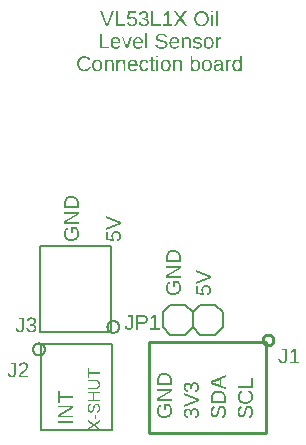
<source format=gbr>
G04 EAGLE Gerber RS-274X export*
G75*
%MOMM*%
%FSLAX34Y34*%
%LPD*%
%INSilkscreen Top*%
%IPPOS*%
%AMOC8*
5,1,8,0,0,1.08239X$1,22.5*%
G01*
G04 Define Apertures*
%ADD10C,0.254000*%
%ADD11C,0.152400*%
%ADD12C,0.200000*%
G36*
X101727Y173520D02*
X102053Y173627D01*
X102357Y173758D01*
X102640Y173913D01*
X102902Y174093D01*
X103143Y174297D01*
X103363Y174525D01*
X103562Y174778D01*
X103739Y175054D01*
X103892Y175350D01*
X104021Y175667D01*
X104127Y176004D01*
X104209Y176363D01*
X104268Y176742D01*
X104303Y177143D01*
X104315Y177563D01*
X104298Y178064D01*
X104245Y178536D01*
X104158Y178981D01*
X104035Y179397D01*
X103877Y179786D01*
X103685Y180146D01*
X103457Y180478D01*
X103194Y180782D01*
X102901Y181054D01*
X102582Y181290D01*
X102236Y181489D01*
X101865Y181653D01*
X101468Y181780D01*
X101044Y181870D01*
X100595Y181925D01*
X100120Y181943D01*
X99701Y181926D01*
X99302Y181875D01*
X98923Y181791D01*
X98565Y181672D01*
X98227Y181520D01*
X97909Y181334D01*
X97612Y181115D01*
X97335Y180861D01*
X97084Y180579D01*
X96867Y180274D01*
X96683Y179946D01*
X96533Y179594D01*
X96416Y179220D01*
X96333Y178822D01*
X96283Y178401D01*
X96266Y177958D01*
X96278Y177584D01*
X96315Y177227D01*
X96377Y176885D01*
X96463Y176558D01*
X96574Y176248D01*
X96710Y175952D01*
X96870Y175673D01*
X97054Y175409D01*
X93139Y175645D01*
X93139Y181225D01*
X91799Y181225D01*
X91799Y174209D01*
X98438Y173797D01*
X98438Y175339D01*
X98215Y175615D01*
X98027Y175891D01*
X97873Y176166D01*
X97755Y176442D01*
X97667Y176724D01*
X97604Y177016D01*
X97566Y177319D01*
X97554Y177634D01*
X97565Y177932D01*
X97598Y178215D01*
X97655Y178482D01*
X97733Y178734D01*
X97834Y178970D01*
X97958Y179190D01*
X98103Y179394D01*
X98272Y179582D01*
X98458Y179752D01*
X98659Y179898D01*
X98873Y180023D01*
X99102Y180124D01*
X99344Y180203D01*
X99600Y180260D01*
X99871Y180294D01*
X100155Y180305D01*
X100481Y180294D01*
X100789Y180260D01*
X101079Y180204D01*
X101352Y180125D01*
X101606Y180024D01*
X101842Y179901D01*
X102061Y179755D01*
X102261Y179587D01*
X102441Y179399D01*
X102597Y179193D01*
X102728Y178970D01*
X102836Y178731D01*
X102920Y178473D01*
X102980Y178199D01*
X103016Y177907D01*
X103028Y177599D01*
X103021Y177346D01*
X102999Y177106D01*
X102963Y176878D01*
X102913Y176663D01*
X102849Y176460D01*
X102770Y176269D01*
X102677Y176090D01*
X102570Y175923D01*
X102449Y175769D01*
X102313Y175627D01*
X102162Y175497D01*
X101998Y175380D01*
X101819Y175275D01*
X101626Y175182D01*
X101419Y175101D01*
X101197Y175032D01*
X101381Y173438D01*
X101727Y173520D01*
G37*
G36*
X104140Y187804D02*
X104140Y189538D01*
X91799Y194574D01*
X91799Y192814D01*
X100488Y189415D01*
X102669Y188680D01*
X100488Y187944D01*
X91799Y184528D01*
X91799Y182768D01*
X104140Y187804D01*
G37*
G36*
X177927Y127800D02*
X178253Y127907D01*
X178557Y128038D01*
X178840Y128193D01*
X179102Y128373D01*
X179343Y128577D01*
X179563Y128805D01*
X179762Y129058D01*
X179939Y129334D01*
X180092Y129630D01*
X180221Y129947D01*
X180327Y130284D01*
X180409Y130643D01*
X180468Y131022D01*
X180503Y131423D01*
X180515Y131843D01*
X180498Y132344D01*
X180445Y132816D01*
X180358Y133261D01*
X180235Y133677D01*
X180077Y134066D01*
X179885Y134426D01*
X179657Y134758D01*
X179394Y135062D01*
X179101Y135334D01*
X178782Y135570D01*
X178436Y135769D01*
X178065Y135933D01*
X177668Y136060D01*
X177244Y136150D01*
X176795Y136205D01*
X176320Y136223D01*
X175901Y136206D01*
X175502Y136155D01*
X175123Y136071D01*
X174765Y135952D01*
X174427Y135800D01*
X174109Y135614D01*
X173812Y135395D01*
X173535Y135141D01*
X173284Y134859D01*
X173067Y134554D01*
X172883Y134226D01*
X172733Y133874D01*
X172616Y133500D01*
X172533Y133102D01*
X172483Y132681D01*
X172466Y132238D01*
X172478Y131864D01*
X172515Y131507D01*
X172577Y131165D01*
X172663Y130838D01*
X172774Y130528D01*
X172910Y130232D01*
X173070Y129953D01*
X173254Y129689D01*
X169339Y129925D01*
X169339Y135505D01*
X167999Y135505D01*
X167999Y128489D01*
X174638Y128077D01*
X174638Y129619D01*
X174415Y129895D01*
X174227Y130171D01*
X174073Y130446D01*
X173955Y130722D01*
X173867Y131004D01*
X173804Y131296D01*
X173766Y131599D01*
X173754Y131914D01*
X173765Y132212D01*
X173798Y132495D01*
X173855Y132762D01*
X173933Y133014D01*
X174034Y133250D01*
X174158Y133470D01*
X174303Y133674D01*
X174472Y133862D01*
X174658Y134032D01*
X174859Y134178D01*
X175073Y134303D01*
X175302Y134404D01*
X175544Y134483D01*
X175800Y134540D01*
X176071Y134574D01*
X176355Y134585D01*
X176681Y134574D01*
X176989Y134540D01*
X177279Y134484D01*
X177552Y134405D01*
X177806Y134304D01*
X178042Y134181D01*
X178261Y134035D01*
X178461Y133867D01*
X178641Y133679D01*
X178797Y133473D01*
X178928Y133250D01*
X179036Y133011D01*
X179120Y132753D01*
X179180Y132479D01*
X179216Y132187D01*
X179228Y131879D01*
X179221Y131626D01*
X179199Y131386D01*
X179163Y131158D01*
X179113Y130943D01*
X179049Y130740D01*
X178970Y130549D01*
X178877Y130370D01*
X178770Y130203D01*
X178649Y130049D01*
X178513Y129907D01*
X178362Y129777D01*
X178198Y129660D01*
X178019Y129555D01*
X177826Y129462D01*
X177619Y129381D01*
X177397Y129312D01*
X177581Y127718D01*
X177927Y127800D01*
G37*
G36*
X180340Y142084D02*
X180340Y143818D01*
X167999Y148854D01*
X167999Y147094D01*
X176688Y143695D01*
X178869Y142960D01*
X176688Y142224D01*
X167999Y138808D01*
X167999Y137048D01*
X180340Y142084D01*
G37*
G36*
X154940Y159993D02*
X154928Y160434D01*
X154892Y160861D01*
X154833Y161274D01*
X154750Y161675D01*
X154642Y162063D01*
X154511Y162437D01*
X154357Y162798D01*
X154178Y163147D01*
X153977Y163478D01*
X153755Y163791D01*
X153512Y164084D01*
X153249Y164357D01*
X152964Y164612D01*
X152658Y164846D01*
X152332Y165061D01*
X151984Y165257D01*
X151619Y165432D01*
X151238Y165583D01*
X150843Y165711D01*
X150433Y165816D01*
X150008Y165897D01*
X149567Y165955D01*
X149113Y165990D01*
X148643Y166002D01*
X148285Y165995D01*
X147939Y165975D01*
X147602Y165942D01*
X147276Y165895D01*
X146960Y165835D01*
X146655Y165762D01*
X146360Y165676D01*
X146075Y165576D01*
X145801Y165463D01*
X145537Y165336D01*
X145284Y165197D01*
X145040Y165044D01*
X144808Y164877D01*
X144585Y164698D01*
X144373Y164505D01*
X144171Y164298D01*
X143981Y164080D01*
X143803Y163850D01*
X143637Y163609D01*
X143484Y163357D01*
X143342Y163094D01*
X143213Y162819D01*
X143097Y162534D01*
X142992Y162237D01*
X142900Y161929D01*
X142820Y161609D01*
X142753Y161279D01*
X142698Y160937D01*
X142655Y160585D01*
X142624Y160221D01*
X142605Y159846D01*
X142599Y159459D01*
X142599Y155378D01*
X154940Y155378D01*
X154940Y159993D01*
G37*
%LPC*%
G36*
X143939Y157051D02*
X143939Y159424D01*
X143958Y160002D01*
X144015Y160545D01*
X144109Y161053D01*
X144240Y161525D01*
X144410Y161962D01*
X144617Y162365D01*
X144861Y162732D01*
X145144Y163063D01*
X145462Y163358D01*
X145814Y163613D01*
X146200Y163829D01*
X146621Y164006D01*
X147075Y164143D01*
X147563Y164242D01*
X148086Y164301D01*
X148643Y164320D01*
X149017Y164312D01*
X149379Y164286D01*
X149729Y164243D01*
X150066Y164182D01*
X150390Y164105D01*
X150702Y164010D01*
X151001Y163898D01*
X151288Y163768D01*
X151560Y163623D01*
X151815Y163463D01*
X152055Y163287D01*
X152277Y163097D01*
X152484Y162892D01*
X152674Y162672D01*
X152847Y162437D01*
X153004Y162187D01*
X153144Y161925D01*
X153265Y161652D01*
X153367Y161369D01*
X153451Y161076D01*
X153516Y160773D01*
X153563Y160459D01*
X153591Y160135D01*
X153600Y159801D01*
X153600Y157051D01*
X143939Y157051D01*
G37*
%LPD*%
G36*
X154940Y143898D02*
X146742Y143898D01*
X145279Y143854D01*
X144430Y143810D01*
X154940Y150414D01*
X154940Y152429D01*
X142599Y152429D01*
X142599Y150922D01*
X150692Y150922D01*
X151699Y150949D01*
X153180Y151027D01*
X142599Y144353D01*
X142599Y142409D01*
X154940Y142409D01*
X154940Y143898D01*
G37*
G36*
X149195Y127914D02*
X149662Y127948D01*
X150112Y128006D01*
X150547Y128087D01*
X150965Y128191D01*
X151367Y128318D01*
X151754Y128469D01*
X152124Y128642D01*
X152476Y128838D01*
X152807Y129054D01*
X153116Y129290D01*
X153404Y129548D01*
X153671Y129826D01*
X153917Y130124D01*
X154141Y130444D01*
X154344Y130784D01*
X154525Y131142D01*
X154682Y131518D01*
X154814Y131910D01*
X154923Y132319D01*
X155007Y132744D01*
X155067Y133186D01*
X155103Y133645D01*
X155115Y134121D01*
X155107Y134533D01*
X155081Y134938D01*
X155038Y135335D01*
X154978Y135725D01*
X154901Y136107D01*
X154807Y136481D01*
X154696Y136849D01*
X154568Y137208D01*
X154424Y137557D01*
X154266Y137892D01*
X154094Y138213D01*
X153908Y138521D01*
X153707Y138814D01*
X153493Y139094D01*
X153264Y139360D01*
X153022Y139612D01*
X148765Y139612D01*
X148765Y134383D01*
X150167Y134383D01*
X150167Y138071D01*
X152391Y138071D01*
X152690Y137722D01*
X152956Y137323D01*
X153189Y136874D01*
X153390Y136376D01*
X153551Y135843D01*
X153666Y135289D01*
X153735Y134715D01*
X153758Y134121D01*
X153736Y133605D01*
X153673Y133118D01*
X153567Y132660D01*
X153419Y132231D01*
X153229Y131830D01*
X152996Y131459D01*
X152722Y131116D01*
X152404Y130801D01*
X152051Y130520D01*
X151666Y130276D01*
X151251Y130070D01*
X150805Y129901D01*
X150328Y129770D01*
X149820Y129676D01*
X149282Y129620D01*
X148713Y129601D01*
X148142Y129619D01*
X147605Y129672D01*
X147101Y129760D01*
X146629Y129884D01*
X146191Y130043D01*
X145785Y130237D01*
X145413Y130466D01*
X145074Y130731D01*
X144771Y131029D01*
X144508Y131359D01*
X144286Y131720D01*
X144105Y132113D01*
X143963Y132537D01*
X143862Y132992D01*
X143802Y133480D01*
X143782Y133998D01*
X143789Y134335D01*
X143812Y134657D01*
X143849Y134966D01*
X143902Y135260D01*
X143970Y135541D01*
X144053Y135807D01*
X144150Y136059D01*
X144263Y136297D01*
X144393Y136522D01*
X144540Y136734D01*
X144705Y136934D01*
X144887Y137122D01*
X145088Y137297D01*
X145306Y137459D01*
X145542Y137609D01*
X145796Y137747D01*
X145323Y139341D01*
X144955Y139159D01*
X144613Y138958D01*
X144297Y138739D01*
X144007Y138502D01*
X143743Y138247D01*
X143505Y137973D01*
X143293Y137681D01*
X143107Y137370D01*
X142945Y137038D01*
X142805Y136683D01*
X142686Y136303D01*
X142588Y135899D01*
X142513Y135471D01*
X142459Y135018D01*
X142426Y134542D01*
X142415Y134042D01*
X142422Y133682D01*
X142441Y133333D01*
X142473Y132994D01*
X142518Y132665D01*
X142576Y132346D01*
X142647Y132038D01*
X142730Y131740D01*
X142827Y131452D01*
X142936Y131174D01*
X143059Y130906D01*
X143194Y130648D01*
X143342Y130401D01*
X143502Y130164D01*
X143676Y129937D01*
X144062Y129514D01*
X144495Y129136D01*
X144727Y128966D01*
X144970Y128809D01*
X145224Y128664D01*
X145488Y128532D01*
X145763Y128412D01*
X146048Y128305D01*
X146344Y128211D01*
X146650Y128129D01*
X146968Y128060D01*
X147295Y128003D01*
X147634Y127959D01*
X147983Y127927D01*
X148342Y127908D01*
X148713Y127902D01*
X149195Y127914D01*
G37*
G36*
X68580Y205713D02*
X68568Y206154D01*
X68532Y206581D01*
X68473Y206994D01*
X68390Y207395D01*
X68282Y207783D01*
X68151Y208157D01*
X67997Y208518D01*
X67818Y208867D01*
X67617Y209198D01*
X67395Y209511D01*
X67152Y209804D01*
X66889Y210077D01*
X66604Y210332D01*
X66298Y210566D01*
X65972Y210781D01*
X65624Y210977D01*
X65259Y211152D01*
X64878Y211303D01*
X64483Y211431D01*
X64073Y211536D01*
X63648Y211617D01*
X63207Y211675D01*
X62753Y211710D01*
X62283Y211722D01*
X61925Y211715D01*
X61579Y211695D01*
X61242Y211662D01*
X60916Y211615D01*
X60600Y211555D01*
X60295Y211482D01*
X60000Y211396D01*
X59715Y211296D01*
X59441Y211183D01*
X59177Y211056D01*
X58924Y210917D01*
X58680Y210764D01*
X58448Y210597D01*
X58225Y210418D01*
X58013Y210225D01*
X57811Y210018D01*
X57621Y209800D01*
X57443Y209570D01*
X57277Y209329D01*
X57124Y209077D01*
X56982Y208814D01*
X56853Y208539D01*
X56737Y208254D01*
X56632Y207957D01*
X56540Y207649D01*
X56460Y207329D01*
X56393Y206999D01*
X56338Y206657D01*
X56295Y206305D01*
X56264Y205941D01*
X56245Y205566D01*
X56239Y205179D01*
X56239Y201098D01*
X68580Y201098D01*
X68580Y205713D01*
G37*
%LPC*%
G36*
X57579Y202771D02*
X57579Y205144D01*
X57598Y205722D01*
X57655Y206265D01*
X57749Y206773D01*
X57880Y207245D01*
X58050Y207682D01*
X58257Y208085D01*
X58501Y208452D01*
X58784Y208783D01*
X59102Y209078D01*
X59454Y209333D01*
X59840Y209549D01*
X60261Y209726D01*
X60715Y209863D01*
X61203Y209962D01*
X61726Y210021D01*
X62283Y210040D01*
X62657Y210032D01*
X63019Y210006D01*
X63369Y209963D01*
X63706Y209902D01*
X64030Y209825D01*
X64342Y209730D01*
X64641Y209618D01*
X64928Y209488D01*
X65200Y209343D01*
X65455Y209183D01*
X65695Y209007D01*
X65917Y208817D01*
X66124Y208612D01*
X66314Y208392D01*
X66487Y208157D01*
X66644Y207907D01*
X66784Y207645D01*
X66905Y207372D01*
X67007Y207089D01*
X67091Y206796D01*
X67156Y206493D01*
X67203Y206179D01*
X67231Y205855D01*
X67240Y205521D01*
X67240Y202771D01*
X57579Y202771D01*
G37*
%LPD*%
G36*
X68580Y189618D02*
X60382Y189618D01*
X58919Y189574D01*
X58070Y189530D01*
X68580Y196134D01*
X68580Y198149D01*
X56239Y198149D01*
X56239Y196642D01*
X64332Y196642D01*
X65339Y196669D01*
X66820Y196747D01*
X56239Y190073D01*
X56239Y188129D01*
X68580Y188129D01*
X68580Y189618D01*
G37*
G36*
X62835Y173634D02*
X63302Y173668D01*
X63752Y173726D01*
X64187Y173807D01*
X64605Y173911D01*
X65007Y174038D01*
X65394Y174189D01*
X65764Y174362D01*
X66116Y174558D01*
X66447Y174774D01*
X66756Y175010D01*
X67044Y175268D01*
X67311Y175546D01*
X67557Y175844D01*
X67781Y176164D01*
X67984Y176504D01*
X68165Y176862D01*
X68322Y177238D01*
X68454Y177630D01*
X68563Y178039D01*
X68647Y178464D01*
X68707Y178906D01*
X68743Y179365D01*
X68755Y179841D01*
X68747Y180253D01*
X68721Y180658D01*
X68678Y181055D01*
X68618Y181445D01*
X68541Y181827D01*
X68447Y182201D01*
X68336Y182569D01*
X68208Y182928D01*
X68064Y183277D01*
X67906Y183612D01*
X67734Y183933D01*
X67548Y184241D01*
X67347Y184534D01*
X67133Y184814D01*
X66904Y185080D01*
X66662Y185332D01*
X62405Y185332D01*
X62405Y180103D01*
X63807Y180103D01*
X63807Y183791D01*
X66031Y183791D01*
X66330Y183442D01*
X66596Y183043D01*
X66829Y182594D01*
X67030Y182096D01*
X67191Y181563D01*
X67306Y181009D01*
X67375Y180435D01*
X67398Y179841D01*
X67376Y179325D01*
X67313Y178838D01*
X67207Y178380D01*
X67059Y177951D01*
X66869Y177550D01*
X66636Y177179D01*
X66362Y176836D01*
X66044Y176521D01*
X65691Y176240D01*
X65306Y175996D01*
X64891Y175790D01*
X64445Y175621D01*
X63968Y175490D01*
X63460Y175396D01*
X62922Y175340D01*
X62353Y175321D01*
X61782Y175339D01*
X61245Y175392D01*
X60741Y175480D01*
X60269Y175604D01*
X59831Y175763D01*
X59425Y175957D01*
X59053Y176186D01*
X58714Y176451D01*
X58411Y176749D01*
X58148Y177079D01*
X57926Y177440D01*
X57745Y177833D01*
X57603Y178257D01*
X57502Y178712D01*
X57442Y179200D01*
X57422Y179718D01*
X57429Y180055D01*
X57452Y180377D01*
X57489Y180686D01*
X57542Y180980D01*
X57610Y181261D01*
X57693Y181527D01*
X57790Y181779D01*
X57903Y182017D01*
X58033Y182242D01*
X58180Y182454D01*
X58345Y182654D01*
X58527Y182842D01*
X58728Y183017D01*
X58946Y183179D01*
X59182Y183329D01*
X59436Y183467D01*
X58963Y185061D01*
X58595Y184879D01*
X58253Y184678D01*
X57937Y184459D01*
X57647Y184222D01*
X57383Y183967D01*
X57145Y183693D01*
X56933Y183401D01*
X56747Y183090D01*
X56585Y182758D01*
X56445Y182403D01*
X56326Y182023D01*
X56228Y181619D01*
X56153Y181191D01*
X56099Y180738D01*
X56066Y180262D01*
X56055Y179762D01*
X56062Y179402D01*
X56081Y179053D01*
X56113Y178714D01*
X56158Y178385D01*
X56216Y178066D01*
X56287Y177758D01*
X56370Y177460D01*
X56467Y177172D01*
X56576Y176894D01*
X56699Y176626D01*
X56834Y176368D01*
X56982Y176121D01*
X57142Y175884D01*
X57316Y175657D01*
X57702Y175234D01*
X58135Y174856D01*
X58367Y174686D01*
X58610Y174529D01*
X58864Y174384D01*
X59128Y174252D01*
X59403Y174132D01*
X59688Y174025D01*
X59984Y173931D01*
X60290Y173849D01*
X60608Y173780D01*
X60935Y173723D01*
X61274Y173679D01*
X61623Y173647D01*
X61982Y173628D01*
X62353Y173622D01*
X62835Y173634D01*
G37*
G36*
X213319Y23779D02*
X213675Y23913D01*
X214005Y24077D01*
X214311Y24271D01*
X214593Y24494D01*
X214850Y24747D01*
X215083Y25029D01*
X215291Y25341D01*
X215475Y25682D01*
X215634Y26054D01*
X215769Y26455D01*
X215879Y26885D01*
X215965Y27345D01*
X216026Y27835D01*
X216063Y28354D01*
X216075Y28903D01*
X216061Y29493D01*
X216017Y30048D01*
X215943Y30570D01*
X215841Y31057D01*
X215709Y31510D01*
X215548Y31929D01*
X215358Y32314D01*
X215138Y32665D01*
X214892Y32978D01*
X214621Y33250D01*
X214327Y33479D01*
X214008Y33667D01*
X213666Y33813D01*
X213299Y33917D01*
X212908Y33980D01*
X212493Y34001D01*
X212167Y33989D01*
X211862Y33954D01*
X211580Y33895D01*
X211319Y33813D01*
X211078Y33709D01*
X210853Y33588D01*
X210644Y33449D01*
X210452Y33291D01*
X210275Y33118D01*
X210113Y32929D01*
X209964Y32726D01*
X209830Y32508D01*
X209593Y32040D01*
X209388Y31540D01*
X209213Y31011D01*
X209064Y30458D01*
X208797Y29324D01*
X208616Y28545D01*
X208450Y27907D01*
X208298Y27411D01*
X208162Y27055D01*
X208026Y26787D01*
X207875Y26553D01*
X207710Y26352D01*
X207531Y26184D01*
X207333Y26052D01*
X207110Y25957D01*
X206862Y25901D01*
X206590Y25882D01*
X206354Y25894D01*
X206134Y25930D01*
X205928Y25991D01*
X205738Y26077D01*
X205563Y26186D01*
X205402Y26320D01*
X205257Y26479D01*
X205127Y26661D01*
X205012Y26867D01*
X204912Y27095D01*
X204828Y27344D01*
X204759Y27616D01*
X204706Y27909D01*
X204667Y28225D01*
X204644Y28562D01*
X204637Y28921D01*
X204643Y29249D01*
X204664Y29559D01*
X204699Y29850D01*
X204747Y30123D01*
X204809Y30378D01*
X204885Y30614D01*
X204975Y30832D01*
X205079Y31032D01*
X205198Y31215D01*
X205334Y31382D01*
X205486Y31534D01*
X205656Y31671D01*
X205842Y31793D01*
X206045Y31899D01*
X206265Y31990D01*
X206502Y32065D01*
X206213Y33712D01*
X205840Y33590D01*
X205495Y33447D01*
X205178Y33283D01*
X204889Y33099D01*
X204629Y32893D01*
X204398Y32667D01*
X204194Y32420D01*
X204019Y32153D01*
X203868Y31859D01*
X203737Y31535D01*
X203627Y31179D01*
X203536Y30793D01*
X203466Y30376D01*
X203416Y29928D01*
X203385Y29448D01*
X203375Y28938D01*
X203389Y28390D01*
X203429Y27874D01*
X203496Y27391D01*
X203590Y26940D01*
X203711Y26523D01*
X203858Y26138D01*
X204032Y25785D01*
X204234Y25466D01*
X204460Y25181D01*
X204708Y24935D01*
X204980Y24726D01*
X205274Y24556D01*
X205591Y24423D01*
X205930Y24328D01*
X206292Y24272D01*
X206677Y24253D01*
X207013Y24267D01*
X207330Y24311D01*
X207626Y24383D01*
X207903Y24485D01*
X208162Y24614D01*
X208404Y24768D01*
X208629Y24949D01*
X208836Y25155D01*
X209031Y25394D01*
X209216Y25673D01*
X209392Y25991D01*
X209559Y26350D01*
X209721Y26773D01*
X209883Y27284D01*
X210045Y27883D01*
X210207Y28571D01*
X210566Y30103D01*
X210654Y30437D01*
X210752Y30747D01*
X210860Y31033D01*
X210978Y31294D01*
X211109Y31530D01*
X211256Y31738D01*
X211419Y31918D01*
X211600Y32070D01*
X211802Y32190D01*
X212033Y32277D01*
X212293Y32328D01*
X212581Y32346D01*
X212842Y32332D01*
X213087Y32290D01*
X213315Y32222D01*
X213528Y32125D01*
X213724Y32002D01*
X213903Y31850D01*
X214067Y31672D01*
X214214Y31465D01*
X214344Y31234D01*
X214457Y30979D01*
X214553Y30701D01*
X214631Y30400D01*
X214692Y30076D01*
X214735Y29729D01*
X214761Y29358D01*
X214770Y28965D01*
X214762Y28583D01*
X214738Y28222D01*
X214697Y27881D01*
X214640Y27561D01*
X214567Y27262D01*
X214477Y26983D01*
X214371Y26724D01*
X214249Y26486D01*
X214110Y26268D01*
X213952Y26070D01*
X213775Y25892D01*
X213580Y25733D01*
X213367Y25594D01*
X213135Y25474D01*
X212884Y25375D01*
X212616Y25295D01*
X212940Y23675D01*
X213319Y23779D01*
G37*
G36*
X210157Y35751D02*
X210625Y35784D01*
X211076Y35840D01*
X211511Y35918D01*
X211929Y36018D01*
X212331Y36141D01*
X212716Y36286D01*
X213084Y36453D01*
X213434Y36642D01*
X213763Y36851D01*
X214071Y37080D01*
X214359Y37329D01*
X214625Y37599D01*
X214871Y37889D01*
X215096Y38199D01*
X215300Y38529D01*
X215482Y38878D01*
X215639Y39242D01*
X215772Y39622D01*
X215881Y40017D01*
X215966Y40428D01*
X216027Y40855D01*
X216063Y41298D01*
X216075Y41757D01*
X216062Y42205D01*
X216023Y42640D01*
X215958Y43061D01*
X215867Y43468D01*
X215750Y43861D01*
X215607Y44241D01*
X215438Y44606D01*
X215243Y44958D01*
X215023Y45293D01*
X214779Y45609D01*
X214512Y45906D01*
X214221Y46183D01*
X213905Y46441D01*
X213566Y46680D01*
X213204Y46899D01*
X212817Y47099D01*
X212134Y45733D01*
X212445Y45565D01*
X212735Y45387D01*
X213006Y45198D01*
X213257Y45000D01*
X213487Y44792D01*
X213698Y44573D01*
X213888Y44345D01*
X214059Y44106D01*
X214209Y43858D01*
X214339Y43599D01*
X214449Y43330D01*
X214540Y43051D01*
X214610Y42763D01*
X214660Y42464D01*
X214690Y42155D01*
X214700Y41836D01*
X214679Y41343D01*
X214614Y40876D01*
X214506Y40436D01*
X214355Y40021D01*
X214161Y39633D01*
X213924Y39271D01*
X213644Y38935D01*
X213321Y38626D01*
X212962Y38347D01*
X212575Y38106D01*
X212161Y37902D01*
X211719Y37735D01*
X211249Y37606D01*
X210751Y37513D01*
X210226Y37457D01*
X209673Y37439D01*
X209114Y37457D01*
X208586Y37510D01*
X208089Y37599D01*
X207622Y37723D01*
X207186Y37884D01*
X206780Y38079D01*
X206405Y38311D01*
X206060Y38577D01*
X205751Y38876D01*
X205483Y39204D01*
X205257Y39559D01*
X205071Y39944D01*
X204927Y40356D01*
X204824Y40798D01*
X204762Y41267D01*
X204742Y41766D01*
X204751Y42086D01*
X204777Y42396D01*
X204822Y42694D01*
X204884Y42982D01*
X204964Y43258D01*
X205062Y43524D01*
X205178Y43778D01*
X205311Y44021D01*
X205461Y44250D01*
X205627Y44463D01*
X205809Y44660D01*
X206007Y44841D01*
X206221Y45005D01*
X206451Y45153D01*
X206696Y45285D01*
X206958Y45400D01*
X206432Y46986D01*
X206065Y46819D01*
X205721Y46631D01*
X205400Y46421D01*
X205103Y46189D01*
X204829Y45935D01*
X204578Y45659D01*
X204350Y45361D01*
X204146Y45041D01*
X203965Y44700D01*
X203809Y44339D01*
X203676Y43958D01*
X203568Y43557D01*
X203484Y43135D01*
X203423Y42693D01*
X203387Y42231D01*
X203375Y41748D01*
X203382Y41400D01*
X203401Y41062D01*
X203434Y40734D01*
X203480Y40415D01*
X203539Y40105D01*
X203611Y39805D01*
X203696Y39515D01*
X203794Y39234D01*
X203905Y38963D01*
X204029Y38702D01*
X204166Y38450D01*
X204316Y38207D01*
X204656Y37751D01*
X205048Y37334D01*
X205486Y36960D01*
X205965Y36636D01*
X206483Y36362D01*
X206757Y36244D01*
X207041Y36138D01*
X207335Y36045D01*
X207639Y35964D01*
X207953Y35895D01*
X208277Y35839D01*
X208611Y35796D01*
X208955Y35765D01*
X209309Y35746D01*
X209673Y35740D01*
X210157Y35751D01*
G37*
G36*
X215900Y57178D02*
X214534Y57178D01*
X214534Y50942D01*
X203559Y50942D01*
X203559Y49269D01*
X215900Y49269D01*
X215900Y57178D01*
G37*
G36*
X193040Y40916D02*
X193028Y41356D01*
X192992Y41783D01*
X192933Y42197D01*
X192850Y42598D01*
X192742Y42985D01*
X192611Y43360D01*
X192457Y43721D01*
X192278Y44069D01*
X192077Y44401D01*
X191855Y44713D01*
X191612Y45006D01*
X191349Y45280D01*
X191064Y45534D01*
X190758Y45769D01*
X190432Y45984D01*
X190084Y46180D01*
X189719Y46354D01*
X189338Y46506D01*
X188943Y46633D01*
X188533Y46738D01*
X188108Y46820D01*
X187667Y46878D01*
X187213Y46913D01*
X186743Y46924D01*
X186385Y46918D01*
X186039Y46898D01*
X185702Y46864D01*
X185376Y46818D01*
X185060Y46758D01*
X184755Y46685D01*
X184460Y46598D01*
X184175Y46498D01*
X183901Y46385D01*
X183637Y46259D01*
X183384Y46119D01*
X183140Y45966D01*
X182908Y45800D01*
X182685Y45620D01*
X182473Y45427D01*
X182271Y45221D01*
X182081Y45002D01*
X181903Y44773D01*
X181737Y44532D01*
X181584Y44279D01*
X181442Y44016D01*
X181313Y43742D01*
X181197Y43456D01*
X181092Y43159D01*
X181000Y42851D01*
X180920Y42532D01*
X180853Y42202D01*
X180798Y41860D01*
X180755Y41507D01*
X180724Y41143D01*
X180705Y40768D01*
X180699Y40382D01*
X180699Y36300D01*
X193040Y36300D01*
X193040Y40916D01*
G37*
%LPC*%
G36*
X182039Y37973D02*
X182039Y40347D01*
X182058Y40925D01*
X182115Y41467D01*
X182209Y41975D01*
X182340Y42448D01*
X182510Y42885D01*
X182717Y43287D01*
X182961Y43654D01*
X183244Y43986D01*
X183562Y44280D01*
X183914Y44536D01*
X184300Y44752D01*
X184721Y44928D01*
X185175Y45066D01*
X185663Y45164D01*
X186186Y45223D01*
X186743Y45243D01*
X187117Y45234D01*
X187479Y45208D01*
X187829Y45165D01*
X188166Y45105D01*
X188490Y45027D01*
X188802Y44932D01*
X189101Y44820D01*
X189388Y44691D01*
X189660Y44545D01*
X189915Y44385D01*
X190155Y44210D01*
X190377Y44020D01*
X190584Y43815D01*
X190774Y43595D01*
X190947Y43360D01*
X191104Y43110D01*
X191244Y42848D01*
X191365Y42575D01*
X191467Y42292D01*
X191551Y41999D01*
X191616Y41695D01*
X191663Y41382D01*
X191691Y41058D01*
X191700Y40723D01*
X191700Y37973D01*
X182039Y37973D01*
G37*
%LPD*%
G36*
X193040Y49567D02*
X189432Y50986D01*
X189432Y56609D01*
X193040Y58019D01*
X193040Y59727D01*
X180699Y54769D01*
X180699Y52869D01*
X193040Y47833D01*
X193040Y49567D01*
G37*
%LPC*%
G36*
X184071Y53070D02*
X183036Y53447D01*
X182206Y53718D01*
X181960Y53797D01*
X182687Y54034D01*
X183410Y54279D01*
X184054Y54524D01*
X188126Y56109D01*
X188126Y51494D01*
X184071Y53070D01*
G37*
%LPD*%
G36*
X190459Y23779D02*
X190815Y23913D01*
X191145Y24077D01*
X191451Y24271D01*
X191733Y24494D01*
X191990Y24747D01*
X192223Y25029D01*
X192431Y25341D01*
X192615Y25682D01*
X192774Y26054D01*
X192909Y26455D01*
X193019Y26885D01*
X193105Y27345D01*
X193166Y27835D01*
X193203Y28354D01*
X193215Y28903D01*
X193201Y29493D01*
X193157Y30048D01*
X193083Y30570D01*
X192981Y31057D01*
X192849Y31510D01*
X192688Y31929D01*
X192498Y32314D01*
X192278Y32665D01*
X192032Y32978D01*
X191761Y33250D01*
X191467Y33479D01*
X191148Y33667D01*
X190806Y33813D01*
X190439Y33917D01*
X190048Y33980D01*
X189633Y34001D01*
X189307Y33989D01*
X189002Y33954D01*
X188720Y33895D01*
X188459Y33813D01*
X188218Y33709D01*
X187993Y33588D01*
X187784Y33449D01*
X187592Y33291D01*
X187415Y33118D01*
X187253Y32929D01*
X187104Y32726D01*
X186970Y32508D01*
X186733Y32040D01*
X186528Y31540D01*
X186353Y31011D01*
X186204Y30458D01*
X185937Y29324D01*
X185756Y28545D01*
X185590Y27907D01*
X185438Y27411D01*
X185302Y27055D01*
X185166Y26787D01*
X185015Y26553D01*
X184850Y26352D01*
X184671Y26184D01*
X184473Y26052D01*
X184250Y25957D01*
X184002Y25901D01*
X183730Y25882D01*
X183494Y25894D01*
X183274Y25930D01*
X183068Y25991D01*
X182878Y26077D01*
X182703Y26186D01*
X182542Y26320D01*
X182397Y26479D01*
X182267Y26661D01*
X182152Y26867D01*
X182052Y27095D01*
X181968Y27344D01*
X181899Y27616D01*
X181846Y27909D01*
X181807Y28225D01*
X181784Y28562D01*
X181777Y28921D01*
X181783Y29249D01*
X181804Y29559D01*
X181839Y29850D01*
X181887Y30123D01*
X181949Y30378D01*
X182025Y30614D01*
X182115Y30832D01*
X182219Y31032D01*
X182338Y31215D01*
X182474Y31382D01*
X182626Y31534D01*
X182796Y31671D01*
X182982Y31793D01*
X183185Y31899D01*
X183405Y31990D01*
X183642Y32065D01*
X183353Y33712D01*
X182980Y33590D01*
X182635Y33447D01*
X182318Y33283D01*
X182029Y33099D01*
X181769Y32893D01*
X181538Y32667D01*
X181334Y32420D01*
X181159Y32153D01*
X181008Y31859D01*
X180877Y31535D01*
X180767Y31179D01*
X180676Y30793D01*
X180606Y30376D01*
X180556Y29928D01*
X180525Y29448D01*
X180515Y28938D01*
X180529Y28390D01*
X180569Y27874D01*
X180636Y27391D01*
X180730Y26940D01*
X180851Y26523D01*
X180998Y26138D01*
X181172Y25785D01*
X181374Y25466D01*
X181600Y25181D01*
X181848Y24935D01*
X182120Y24726D01*
X182414Y24556D01*
X182731Y24423D01*
X183070Y24328D01*
X183432Y24272D01*
X183817Y24253D01*
X184153Y24267D01*
X184470Y24311D01*
X184766Y24383D01*
X185043Y24485D01*
X185302Y24614D01*
X185544Y24768D01*
X185769Y24949D01*
X185976Y25155D01*
X186171Y25394D01*
X186356Y25673D01*
X186532Y25991D01*
X186699Y26350D01*
X186861Y26773D01*
X187023Y27284D01*
X187185Y27883D01*
X187347Y28571D01*
X187706Y30103D01*
X187794Y30437D01*
X187892Y30747D01*
X188000Y31033D01*
X188118Y31294D01*
X188249Y31530D01*
X188396Y31738D01*
X188559Y31918D01*
X188740Y32070D01*
X188942Y32190D01*
X189173Y32277D01*
X189433Y32328D01*
X189721Y32346D01*
X189982Y32332D01*
X190227Y32290D01*
X190455Y32222D01*
X190668Y32125D01*
X190864Y32002D01*
X191043Y31850D01*
X191207Y31672D01*
X191354Y31465D01*
X191484Y31234D01*
X191597Y30979D01*
X191693Y30701D01*
X191771Y30400D01*
X191832Y30076D01*
X191875Y29729D01*
X191901Y29358D01*
X191910Y28965D01*
X191902Y28583D01*
X191878Y28222D01*
X191837Y27881D01*
X191780Y27561D01*
X191707Y27262D01*
X191617Y26983D01*
X191511Y26724D01*
X191389Y26486D01*
X191250Y26268D01*
X191092Y26070D01*
X190915Y25892D01*
X190720Y25733D01*
X190507Y25594D01*
X190275Y25474D01*
X190024Y25375D01*
X189756Y25295D01*
X190080Y23675D01*
X190459Y23779D01*
G37*
G36*
X86360Y39121D02*
X81787Y39121D01*
X81787Y44457D01*
X86360Y44457D01*
X86360Y45795D01*
X76492Y45795D01*
X76492Y44457D01*
X80666Y44457D01*
X80666Y39121D01*
X76492Y39121D01*
X76492Y37783D01*
X86360Y37783D01*
X86360Y39121D01*
G37*
G36*
X84296Y27779D02*
X84580Y27886D01*
X84845Y28017D01*
X85090Y28172D01*
X85315Y28350D01*
X85521Y28552D01*
X85707Y28778D01*
X85873Y29028D01*
X86020Y29301D01*
X86148Y29598D01*
X86255Y29918D01*
X86343Y30262D01*
X86412Y30630D01*
X86461Y31022D01*
X86490Y31437D01*
X86500Y31876D01*
X86488Y32348D01*
X86453Y32792D01*
X86395Y33209D01*
X86313Y33598D01*
X86207Y33961D01*
X86079Y34296D01*
X85926Y34604D01*
X85751Y34884D01*
X85554Y35135D01*
X85337Y35352D01*
X85102Y35535D01*
X84847Y35686D01*
X84573Y35802D01*
X84280Y35886D01*
X83967Y35936D01*
X83636Y35953D01*
X83375Y35943D01*
X83131Y35915D01*
X82905Y35868D01*
X82697Y35802D01*
X82504Y35719D01*
X82324Y35623D01*
X82157Y35511D01*
X82004Y35385D01*
X81732Y35095D01*
X81506Y34758D01*
X81316Y34385D01*
X81153Y33985D01*
X81013Y33562D01*
X80894Y33120D01*
X80680Y32213D01*
X80535Y31590D01*
X80402Y31080D01*
X80281Y30683D01*
X80172Y30399D01*
X80063Y30184D01*
X79943Y29997D01*
X79811Y29836D01*
X79668Y29702D01*
X79509Y29596D01*
X79331Y29520D01*
X79133Y29475D01*
X78915Y29460D01*
X78727Y29470D01*
X78550Y29499D01*
X78386Y29548D01*
X78234Y29616D01*
X78094Y29704D01*
X77966Y29811D01*
X77849Y29937D01*
X77745Y30083D01*
X77653Y30248D01*
X77574Y30430D01*
X77506Y30630D01*
X77451Y30847D01*
X77408Y31081D01*
X77378Y31334D01*
X77359Y31603D01*
X77353Y31890D01*
X77375Y32400D01*
X77442Y32852D01*
X77491Y33055D01*
X77552Y33244D01*
X77624Y33419D01*
X77707Y33578D01*
X77802Y33724D01*
X77911Y33858D01*
X78033Y33980D01*
X78168Y34090D01*
X78317Y34187D01*
X78480Y34272D01*
X78656Y34344D01*
X78845Y34405D01*
X78614Y35721D01*
X78315Y35624D01*
X78039Y35510D01*
X77786Y35379D01*
X77555Y35231D01*
X77347Y35067D01*
X77162Y34886D01*
X76999Y34689D01*
X76859Y34475D01*
X76739Y34240D01*
X76634Y33981D01*
X76546Y33696D01*
X76473Y33387D01*
X76417Y33054D01*
X76377Y32695D01*
X76353Y32312D01*
X76345Y31904D01*
X76355Y31466D01*
X76388Y31053D01*
X76441Y30667D01*
X76516Y30307D01*
X76613Y29973D01*
X76731Y29665D01*
X76870Y29383D01*
X77031Y29127D01*
X77212Y28900D01*
X77411Y28703D01*
X77628Y28536D01*
X77863Y28400D01*
X78116Y28294D01*
X78388Y28218D01*
X78677Y28173D01*
X78985Y28157D01*
X79254Y28169D01*
X79507Y28204D01*
X79744Y28262D01*
X79966Y28343D01*
X80172Y28446D01*
X80366Y28570D01*
X80545Y28714D01*
X80711Y28879D01*
X80867Y29070D01*
X81015Y29293D01*
X81156Y29548D01*
X81289Y29835D01*
X81419Y30173D01*
X81548Y30582D01*
X81678Y31061D01*
X81808Y31610D01*
X82095Y32836D01*
X82244Y33351D01*
X82424Y33788D01*
X82529Y33977D01*
X82646Y34143D01*
X82777Y34287D01*
X82921Y34408D01*
X83083Y34505D01*
X83268Y34574D01*
X83475Y34615D01*
X83706Y34629D01*
X83914Y34618D01*
X84110Y34585D01*
X84293Y34530D01*
X84463Y34453D01*
X84620Y34354D01*
X84763Y34233D01*
X84894Y34090D01*
X85012Y33925D01*
X85116Y33740D01*
X85206Y33536D01*
X85283Y33314D01*
X85345Y33073D01*
X85394Y32814D01*
X85429Y32536D01*
X85450Y32240D01*
X85457Y31925D01*
X85450Y31620D01*
X85430Y31331D01*
X85398Y31059D01*
X85352Y30803D01*
X85294Y30563D01*
X85222Y30340D01*
X85137Y30134D01*
X85040Y29943D01*
X84928Y29769D01*
X84802Y29611D01*
X84661Y29468D01*
X84505Y29341D01*
X84334Y29230D01*
X84149Y29134D01*
X83949Y29055D01*
X83734Y28991D01*
X83993Y27695D01*
X84296Y27779D01*
G37*
G36*
X83060Y48064D02*
X83335Y48088D01*
X83601Y48127D01*
X83856Y48181D01*
X84102Y48251D01*
X84337Y48336D01*
X84562Y48437D01*
X84777Y48554D01*
X84981Y48685D01*
X85172Y48828D01*
X85351Y48984D01*
X85518Y49153D01*
X85672Y49334D01*
X85813Y49528D01*
X85942Y49735D01*
X86059Y49955D01*
X86162Y50185D01*
X86252Y50426D01*
X86328Y50676D01*
X86390Y50935D01*
X86438Y51204D01*
X86472Y51483D01*
X86493Y51772D01*
X86500Y52070D01*
X86493Y52380D01*
X86471Y52679D01*
X86436Y52968D01*
X86385Y53247D01*
X86321Y53516D01*
X86242Y53774D01*
X86149Y54021D01*
X86041Y54258D01*
X85920Y54484D01*
X85786Y54696D01*
X85640Y54895D01*
X85480Y55081D01*
X85308Y55254D01*
X85123Y55414D01*
X84925Y55561D01*
X84714Y55694D01*
X84492Y55813D01*
X84259Y55916D01*
X84016Y56004D01*
X83763Y56075D01*
X83500Y56131D01*
X83226Y56170D01*
X82942Y56194D01*
X82648Y56202D01*
X76492Y56202D01*
X76492Y54871D01*
X82571Y54871D01*
X82909Y54860D01*
X83226Y54825D01*
X83522Y54767D01*
X83798Y54687D01*
X84052Y54583D01*
X84285Y54456D01*
X84498Y54306D01*
X84690Y54132D01*
X84860Y53938D01*
X85007Y53726D01*
X85131Y53495D01*
X85233Y53246D01*
X85313Y52978D01*
X85369Y52691D01*
X85403Y52386D01*
X85415Y52063D01*
X85404Y51748D01*
X85371Y51453D01*
X85316Y51177D01*
X85239Y50919D01*
X85141Y50681D01*
X85021Y50462D01*
X84878Y50262D01*
X84714Y50081D01*
X84529Y49920D01*
X84323Y49780D01*
X84097Y49662D01*
X83851Y49566D01*
X83584Y49491D01*
X83297Y49437D01*
X82990Y49405D01*
X82662Y49394D01*
X76492Y49394D01*
X76492Y48057D01*
X82774Y48057D01*
X83060Y48064D01*
G37*
G36*
X86360Y14500D02*
X82046Y17526D01*
X86360Y20488D01*
X86360Y21966D01*
X81184Y18303D01*
X76492Y21679D01*
X76492Y20201D01*
X80365Y17533D01*
X76492Y14787D01*
X76492Y13309D01*
X81233Y16776D01*
X86360Y13022D01*
X86360Y14500D01*
G37*
G36*
X77584Y61006D02*
X86360Y61006D01*
X86360Y62336D01*
X77584Y62336D01*
X77584Y65726D01*
X76492Y65726D01*
X76492Y57616D01*
X77584Y57616D01*
X77584Y61006D01*
G37*
G36*
X83110Y26402D02*
X81990Y26402D01*
X81990Y22900D01*
X83110Y22900D01*
X83110Y26402D01*
G37*
G36*
X63500Y25709D02*
X55302Y25709D01*
X53839Y25665D01*
X52990Y25622D01*
X63500Y32225D01*
X63500Y34240D01*
X51159Y34240D01*
X51159Y32733D01*
X59252Y32733D01*
X60259Y32760D01*
X61740Y32839D01*
X51159Y26165D01*
X51159Y24220D01*
X63500Y24220D01*
X63500Y25709D01*
G37*
G36*
X52526Y40360D02*
X63500Y40360D01*
X63500Y42024D01*
X52526Y42024D01*
X52526Y46263D01*
X51159Y46263D01*
X51159Y36120D01*
X52526Y36120D01*
X52526Y40360D01*
G37*
G36*
X63500Y21108D02*
X51159Y21108D01*
X51159Y19435D01*
X63500Y19435D01*
X63500Y21108D01*
G37*
G36*
X167411Y23610D02*
X167786Y23705D01*
X168137Y23828D01*
X168462Y23980D01*
X168762Y24160D01*
X169037Y24368D01*
X169286Y24605D01*
X169510Y24870D01*
X169708Y25161D01*
X169880Y25476D01*
X170025Y25814D01*
X170144Y26176D01*
X170236Y26562D01*
X170302Y26971D01*
X170342Y27404D01*
X170355Y27861D01*
X170341Y28350D01*
X170297Y28810D01*
X170223Y29241D01*
X170121Y29643D01*
X169989Y30017D01*
X169828Y30361D01*
X169638Y30676D01*
X169418Y30962D01*
X169172Y31216D01*
X168901Y31437D01*
X168607Y31623D01*
X168288Y31776D01*
X167946Y31895D01*
X167579Y31980D01*
X167188Y32031D01*
X166773Y32048D01*
X166484Y32036D01*
X166207Y32000D01*
X165943Y31939D01*
X165691Y31855D01*
X165452Y31747D01*
X165226Y31614D01*
X165012Y31458D01*
X164811Y31277D01*
X164626Y31075D01*
X164461Y30853D01*
X164315Y30613D01*
X164189Y30353D01*
X164083Y30074D01*
X163996Y29776D01*
X163930Y29459D01*
X163883Y29122D01*
X163848Y29122D01*
X163774Y29428D01*
X163686Y29715D01*
X163583Y29984D01*
X163466Y30234D01*
X163333Y30465D01*
X163185Y30677D01*
X163022Y30870D01*
X162845Y31045D01*
X162653Y31200D01*
X162447Y31334D01*
X162227Y31448D01*
X161994Y31541D01*
X161747Y31613D01*
X161486Y31665D01*
X161211Y31696D01*
X160922Y31706D01*
X160547Y31690D01*
X160194Y31642D01*
X159862Y31561D01*
X159550Y31449D01*
X159261Y31304D01*
X158992Y31127D01*
X158744Y30918D01*
X158518Y30677D01*
X158316Y30407D01*
X158141Y30111D01*
X157992Y29789D01*
X157871Y29441D01*
X157777Y29067D01*
X157709Y28668D01*
X157669Y28242D01*
X157655Y27791D01*
X157669Y27376D01*
X157708Y26980D01*
X157775Y26604D01*
X157868Y26246D01*
X157987Y25908D01*
X158133Y25590D01*
X158306Y25290D01*
X158505Y25010D01*
X158728Y24754D01*
X158971Y24526D01*
X159236Y24326D01*
X159521Y24155D01*
X159827Y24012D01*
X160154Y23898D01*
X160501Y23811D01*
X160870Y23753D01*
X160992Y25339D01*
X160756Y25373D01*
X160534Y25425D01*
X160325Y25493D01*
X160130Y25578D01*
X159948Y25680D01*
X159780Y25799D01*
X159626Y25935D01*
X159486Y26088D01*
X159361Y26255D01*
X159252Y26434D01*
X159160Y26626D01*
X159085Y26831D01*
X159027Y27048D01*
X158985Y27277D01*
X158960Y27519D01*
X158952Y27774D01*
X158961Y28052D01*
X158987Y28312D01*
X159032Y28555D01*
X159095Y28780D01*
X159176Y28987D01*
X159274Y29177D01*
X159391Y29349D01*
X159525Y29503D01*
X159675Y29640D01*
X159838Y29758D01*
X160014Y29858D01*
X160203Y29940D01*
X160405Y30004D01*
X160620Y30049D01*
X160848Y30077D01*
X161089Y30086D01*
X161332Y30075D01*
X161561Y30041D01*
X161777Y29985D01*
X161979Y29907D01*
X162167Y29807D01*
X162343Y29684D01*
X162504Y29539D01*
X162652Y29372D01*
X162784Y29184D01*
X162899Y28979D01*
X162996Y28755D01*
X163076Y28513D01*
X163138Y28252D01*
X163182Y27974D01*
X163208Y27677D01*
X163217Y27362D01*
X163217Y26504D01*
X164583Y26504D01*
X164583Y27397D01*
X164592Y27752D01*
X164619Y28085D01*
X164663Y28397D01*
X164725Y28688D01*
X164804Y28957D01*
X164901Y29204D01*
X165016Y29430D01*
X165148Y29635D01*
X165296Y29816D01*
X165458Y29974D01*
X165634Y30107D01*
X165824Y30216D01*
X166027Y30301D01*
X166244Y30361D01*
X166476Y30398D01*
X166720Y30410D01*
X167001Y30399D01*
X167263Y30367D01*
X167507Y30314D01*
X167734Y30240D01*
X167943Y30145D01*
X168134Y30028D01*
X168308Y29890D01*
X168463Y29731D01*
X168601Y29553D01*
X168720Y29360D01*
X168821Y29150D01*
X168903Y28924D01*
X168968Y28682D01*
X169014Y28425D01*
X169041Y28151D01*
X169050Y27861D01*
X169042Y27572D01*
X169016Y27300D01*
X168973Y27043D01*
X168913Y26803D01*
X168836Y26579D01*
X168742Y26370D01*
X168631Y26178D01*
X168503Y26002D01*
X168357Y25842D01*
X168195Y25698D01*
X168015Y25570D01*
X167819Y25459D01*
X167605Y25363D01*
X167374Y25283D01*
X167126Y25220D01*
X166861Y25172D01*
X167009Y23543D01*
X167411Y23610D01*
G37*
G36*
X167411Y45547D02*
X167786Y45642D01*
X168137Y45766D01*
X168462Y45917D01*
X168762Y46098D01*
X169037Y46306D01*
X169286Y46543D01*
X169510Y46808D01*
X169708Y47099D01*
X169880Y47413D01*
X170025Y47752D01*
X170144Y48114D01*
X170236Y48499D01*
X170302Y48909D01*
X170342Y49342D01*
X170355Y49799D01*
X170341Y50288D01*
X170297Y50748D01*
X170223Y51179D01*
X170121Y51581D01*
X169989Y51954D01*
X169828Y52298D01*
X169638Y52613D01*
X169418Y52899D01*
X169172Y53154D01*
X168901Y53374D01*
X168607Y53561D01*
X168288Y53714D01*
X167946Y53832D01*
X167579Y53917D01*
X167188Y53968D01*
X166773Y53985D01*
X166484Y53973D01*
X166207Y53937D01*
X165943Y53877D01*
X165691Y53793D01*
X165452Y53684D01*
X165226Y53552D01*
X165012Y53395D01*
X164811Y53214D01*
X164626Y53012D01*
X164461Y52791D01*
X164315Y52550D01*
X164189Y52290D01*
X164083Y52012D01*
X163996Y51713D01*
X163930Y51396D01*
X163883Y51060D01*
X163848Y51060D01*
X163774Y51366D01*
X163686Y51653D01*
X163583Y51921D01*
X163466Y52171D01*
X163333Y52402D01*
X163185Y52614D01*
X163022Y52808D01*
X162845Y52982D01*
X162653Y53137D01*
X162447Y53272D01*
X162227Y53385D01*
X161994Y53478D01*
X161747Y53551D01*
X161486Y53602D01*
X161211Y53633D01*
X160922Y53644D01*
X160547Y53628D01*
X160194Y53579D01*
X159862Y53499D01*
X159550Y53386D01*
X159261Y53242D01*
X158992Y53065D01*
X158744Y52856D01*
X158518Y52615D01*
X158316Y52344D01*
X158141Y52048D01*
X157992Y51726D01*
X157871Y51378D01*
X157777Y51005D01*
X157709Y50605D01*
X157669Y50180D01*
X157655Y49729D01*
X157669Y49313D01*
X157708Y48918D01*
X157775Y48541D01*
X157868Y48184D01*
X157987Y47846D01*
X158133Y47527D01*
X158306Y47228D01*
X158505Y46948D01*
X158728Y46691D01*
X158971Y46464D01*
X159236Y46264D01*
X159521Y46093D01*
X159827Y45950D01*
X160154Y45835D01*
X160501Y45749D01*
X160870Y45691D01*
X160992Y47276D01*
X160756Y47311D01*
X160534Y47362D01*
X160325Y47431D01*
X160130Y47516D01*
X159948Y47618D01*
X159780Y47737D01*
X159626Y47873D01*
X159486Y48025D01*
X159361Y48192D01*
X159252Y48372D01*
X159160Y48564D01*
X159085Y48768D01*
X159027Y48985D01*
X158985Y49215D01*
X158960Y49457D01*
X158952Y49711D01*
X158961Y49989D01*
X158987Y50249D01*
X159032Y50492D01*
X159095Y50717D01*
X159176Y50925D01*
X159274Y51114D01*
X159391Y51286D01*
X159525Y51441D01*
X159675Y51577D01*
X159838Y51696D01*
X160014Y51796D01*
X160203Y51878D01*
X160405Y51941D01*
X160620Y51987D01*
X160848Y52014D01*
X161089Y52023D01*
X161332Y52012D01*
X161561Y51979D01*
X161777Y51923D01*
X161979Y51845D01*
X162167Y51744D01*
X162343Y51622D01*
X162504Y51477D01*
X162652Y51309D01*
X162784Y51122D01*
X162899Y50916D01*
X162996Y50692D01*
X163076Y50450D01*
X163138Y50190D01*
X163182Y49911D01*
X163208Y49614D01*
X163217Y49299D01*
X163217Y48441D01*
X164583Y48441D01*
X164583Y49334D01*
X164592Y49689D01*
X164619Y50023D01*
X164663Y50335D01*
X164725Y50625D01*
X164804Y50894D01*
X164901Y51142D01*
X165016Y51368D01*
X165148Y51572D01*
X165296Y51754D01*
X165458Y51911D01*
X165634Y52045D01*
X165824Y52154D01*
X166027Y52238D01*
X166244Y52299D01*
X166476Y52335D01*
X166720Y52347D01*
X167001Y52337D01*
X167263Y52305D01*
X167507Y52252D01*
X167734Y52178D01*
X167943Y52082D01*
X168134Y51966D01*
X168308Y51828D01*
X168463Y51669D01*
X168601Y51491D01*
X168720Y51297D01*
X168821Y51087D01*
X168903Y50862D01*
X168968Y50620D01*
X169014Y50362D01*
X169041Y50088D01*
X169050Y49799D01*
X169042Y49510D01*
X169016Y49237D01*
X168973Y48981D01*
X168913Y48740D01*
X168836Y48516D01*
X168742Y48308D01*
X168631Y48116D01*
X168503Y47940D01*
X168357Y47780D01*
X168195Y47636D01*
X168015Y47508D01*
X167819Y47396D01*
X167605Y47300D01*
X167374Y47221D01*
X167126Y47157D01*
X166861Y47110D01*
X167009Y45481D01*
X167411Y45547D01*
G37*
G36*
X170180Y37944D02*
X170180Y39678D01*
X157839Y44714D01*
X157839Y42954D01*
X166528Y39555D01*
X168709Y38820D01*
X166528Y38084D01*
X157839Y34668D01*
X157839Y32908D01*
X170180Y37944D01*
G37*
G36*
X147320Y55853D02*
X147308Y56294D01*
X147272Y56721D01*
X147213Y57134D01*
X147130Y57535D01*
X147022Y57923D01*
X146891Y58297D01*
X146737Y58658D01*
X146558Y59007D01*
X146357Y59338D01*
X146135Y59651D01*
X145892Y59944D01*
X145629Y60217D01*
X145344Y60472D01*
X145038Y60706D01*
X144712Y60921D01*
X144364Y61117D01*
X143999Y61292D01*
X143618Y61443D01*
X143223Y61571D01*
X142813Y61676D01*
X142388Y61757D01*
X141947Y61815D01*
X141493Y61850D01*
X141023Y61862D01*
X140665Y61855D01*
X140319Y61835D01*
X139982Y61802D01*
X139656Y61755D01*
X139340Y61695D01*
X139035Y61622D01*
X138740Y61536D01*
X138455Y61436D01*
X138181Y61323D01*
X137917Y61196D01*
X137664Y61057D01*
X137420Y60904D01*
X137188Y60737D01*
X136965Y60558D01*
X136753Y60365D01*
X136551Y60158D01*
X136361Y59940D01*
X136183Y59710D01*
X136017Y59469D01*
X135864Y59217D01*
X135722Y58954D01*
X135593Y58679D01*
X135477Y58394D01*
X135372Y58097D01*
X135280Y57789D01*
X135200Y57469D01*
X135133Y57139D01*
X135078Y56797D01*
X135035Y56445D01*
X135004Y56081D01*
X134985Y55706D01*
X134979Y55319D01*
X134979Y51238D01*
X147320Y51238D01*
X147320Y55853D01*
G37*
%LPC*%
G36*
X136319Y52911D02*
X136319Y55284D01*
X136338Y55862D01*
X136395Y56405D01*
X136489Y56913D01*
X136620Y57385D01*
X136790Y57822D01*
X136997Y58225D01*
X137241Y58592D01*
X137524Y58923D01*
X137842Y59218D01*
X138194Y59473D01*
X138580Y59689D01*
X139001Y59866D01*
X139455Y60003D01*
X139943Y60102D01*
X140466Y60161D01*
X141023Y60180D01*
X141397Y60172D01*
X141759Y60146D01*
X142109Y60103D01*
X142446Y60042D01*
X142770Y59965D01*
X143082Y59870D01*
X143381Y59758D01*
X143668Y59628D01*
X143940Y59483D01*
X144195Y59323D01*
X144435Y59147D01*
X144657Y58957D01*
X144864Y58752D01*
X145054Y58532D01*
X145227Y58297D01*
X145384Y58047D01*
X145524Y57785D01*
X145645Y57512D01*
X145747Y57229D01*
X145831Y56936D01*
X145896Y56633D01*
X145943Y56319D01*
X145971Y55995D01*
X145980Y55661D01*
X145980Y52911D01*
X136319Y52911D01*
G37*
%LPD*%
G36*
X147320Y39758D02*
X139122Y39758D01*
X137659Y39714D01*
X136810Y39670D01*
X147320Y46274D01*
X147320Y48289D01*
X134979Y48289D01*
X134979Y46782D01*
X143072Y46782D01*
X144079Y46809D01*
X145560Y46887D01*
X134979Y40213D01*
X134979Y38269D01*
X147320Y38269D01*
X147320Y39758D01*
G37*
G36*
X141575Y23774D02*
X142042Y23808D01*
X142492Y23866D01*
X142927Y23947D01*
X143345Y24051D01*
X143747Y24178D01*
X144134Y24329D01*
X144504Y24502D01*
X144856Y24698D01*
X145187Y24914D01*
X145496Y25150D01*
X145784Y25408D01*
X146051Y25686D01*
X146297Y25984D01*
X146521Y26304D01*
X146724Y26644D01*
X146905Y27002D01*
X147062Y27378D01*
X147194Y27770D01*
X147303Y28179D01*
X147387Y28604D01*
X147447Y29046D01*
X147483Y29505D01*
X147495Y29981D01*
X147487Y30393D01*
X147461Y30798D01*
X147418Y31195D01*
X147358Y31585D01*
X147281Y31967D01*
X147187Y32341D01*
X147076Y32709D01*
X146948Y33068D01*
X146804Y33417D01*
X146646Y33752D01*
X146474Y34073D01*
X146288Y34381D01*
X146087Y34674D01*
X145873Y34954D01*
X145644Y35220D01*
X145402Y35472D01*
X141145Y35472D01*
X141145Y30243D01*
X142547Y30243D01*
X142547Y33931D01*
X144771Y33931D01*
X145070Y33582D01*
X145336Y33183D01*
X145569Y32734D01*
X145770Y32236D01*
X145931Y31703D01*
X146046Y31149D01*
X146115Y30575D01*
X146138Y29981D01*
X146116Y29465D01*
X146053Y28978D01*
X145947Y28520D01*
X145799Y28091D01*
X145609Y27690D01*
X145376Y27319D01*
X145102Y26976D01*
X144784Y26661D01*
X144431Y26380D01*
X144046Y26136D01*
X143631Y25930D01*
X143185Y25761D01*
X142708Y25630D01*
X142200Y25536D01*
X141662Y25480D01*
X141093Y25461D01*
X140522Y25479D01*
X139985Y25532D01*
X139481Y25620D01*
X139009Y25744D01*
X138571Y25903D01*
X138165Y26097D01*
X137793Y26326D01*
X137454Y26591D01*
X137151Y26889D01*
X136888Y27219D01*
X136666Y27580D01*
X136485Y27973D01*
X136343Y28397D01*
X136242Y28852D01*
X136182Y29340D01*
X136162Y29858D01*
X136169Y30195D01*
X136192Y30517D01*
X136229Y30826D01*
X136282Y31120D01*
X136350Y31401D01*
X136433Y31667D01*
X136530Y31919D01*
X136643Y32157D01*
X136773Y32382D01*
X136920Y32594D01*
X137085Y32794D01*
X137267Y32982D01*
X137468Y33157D01*
X137686Y33319D01*
X137922Y33469D01*
X138176Y33607D01*
X137703Y35201D01*
X137335Y35019D01*
X136993Y34818D01*
X136677Y34599D01*
X136387Y34362D01*
X136123Y34107D01*
X135885Y33833D01*
X135673Y33541D01*
X135487Y33230D01*
X135325Y32898D01*
X135185Y32543D01*
X135066Y32163D01*
X134968Y31759D01*
X134893Y31331D01*
X134839Y30878D01*
X134806Y30402D01*
X134795Y29902D01*
X134802Y29542D01*
X134821Y29193D01*
X134853Y28854D01*
X134898Y28525D01*
X134956Y28206D01*
X135027Y27898D01*
X135110Y27600D01*
X135207Y27312D01*
X135316Y27034D01*
X135439Y26766D01*
X135574Y26508D01*
X135722Y26261D01*
X135882Y26024D01*
X136056Y25797D01*
X136442Y25374D01*
X136875Y24996D01*
X137107Y24826D01*
X137350Y24669D01*
X137604Y24524D01*
X137868Y24392D01*
X138143Y24272D01*
X138428Y24165D01*
X138724Y24071D01*
X139030Y23989D01*
X139348Y23920D01*
X139675Y23863D01*
X140014Y23819D01*
X140363Y23787D01*
X140722Y23768D01*
X141093Y23762D01*
X141575Y23774D01*
G37*
G36*
X172992Y355437D02*
X173440Y355474D01*
X173871Y355534D01*
X174288Y355620D01*
X174688Y355729D01*
X175073Y355863D01*
X175442Y356022D01*
X175796Y356204D01*
X176132Y356410D01*
X176448Y356636D01*
X176744Y356884D01*
X177019Y357152D01*
X177275Y357442D01*
X177510Y357753D01*
X177725Y358085D01*
X177920Y358438D01*
X178094Y358809D01*
X178244Y359195D01*
X178371Y359596D01*
X178475Y360012D01*
X178556Y360443D01*
X178614Y360890D01*
X178649Y361351D01*
X178660Y361827D01*
X178649Y362305D01*
X178615Y362767D01*
X178557Y363213D01*
X178477Y363643D01*
X178375Y364056D01*
X178249Y364453D01*
X178100Y364834D01*
X177929Y365199D01*
X177736Y365546D01*
X177522Y365871D01*
X177289Y366175D01*
X177034Y366457D01*
X176760Y366719D01*
X176465Y366959D01*
X176150Y367178D01*
X175814Y367376D01*
X175460Y367551D01*
X175091Y367703D01*
X174706Y367832D01*
X174305Y367938D01*
X173889Y368019D01*
X173457Y368078D01*
X173010Y368113D01*
X172547Y368125D01*
X172190Y368118D01*
X171844Y368099D01*
X171508Y368066D01*
X171181Y368020D01*
X170864Y367962D01*
X170558Y367890D01*
X170261Y367805D01*
X169974Y367708D01*
X169697Y367597D01*
X169430Y367473D01*
X169173Y367336D01*
X168926Y367186D01*
X168688Y367023D01*
X168461Y366847D01*
X168036Y366456D01*
X167656Y366019D01*
X167327Y365541D01*
X167182Y365287D01*
X167049Y365023D01*
X166929Y364749D01*
X166821Y364465D01*
X166726Y364170D01*
X166644Y363866D01*
X166574Y363551D01*
X166517Y363227D01*
X166473Y362892D01*
X166441Y362547D01*
X166422Y362192D01*
X166416Y361827D01*
X166427Y361349D01*
X166461Y360886D01*
X166518Y360437D01*
X166598Y360004D01*
X166700Y359587D01*
X166825Y359184D01*
X166972Y358797D01*
X167143Y358425D01*
X167335Y358071D01*
X167547Y357738D01*
X167780Y357428D01*
X168033Y357138D01*
X168306Y356870D01*
X168600Y356624D01*
X168915Y356399D01*
X169249Y356196D01*
X169602Y356015D01*
X169972Y355858D01*
X170357Y355726D01*
X170759Y355618D01*
X171177Y355533D01*
X171612Y355473D01*
X172062Y355437D01*
X172529Y355425D01*
X172992Y355437D01*
G37*
%LPC*%
G36*
X172025Y356804D02*
X171548Y356868D01*
X171100Y356974D01*
X170680Y357123D01*
X170289Y357314D01*
X169926Y357549D01*
X169591Y357825D01*
X169284Y358144D01*
X169010Y358500D01*
X168773Y358885D01*
X168572Y359301D01*
X168407Y359746D01*
X168279Y360221D01*
X168188Y360727D01*
X168133Y361262D01*
X168115Y361827D01*
X168133Y362396D01*
X168187Y362931D01*
X168278Y363435D01*
X168404Y363905D01*
X168567Y364343D01*
X168765Y364749D01*
X169000Y365122D01*
X169271Y365462D01*
X169575Y365766D01*
X169909Y366029D01*
X170274Y366252D01*
X170668Y366434D01*
X171093Y366576D01*
X171547Y366677D01*
X172032Y366738D01*
X172547Y366758D01*
X173057Y366738D01*
X173538Y366676D01*
X173990Y366574D01*
X174411Y366430D01*
X174803Y366245D01*
X175165Y366019D01*
X175498Y365753D01*
X175801Y365445D01*
X176071Y365101D01*
X176304Y364726D01*
X176502Y364320D01*
X176664Y363883D01*
X176790Y363416D01*
X176880Y362917D01*
X176934Y362388D01*
X176952Y361827D01*
X176934Y361242D01*
X176881Y360691D01*
X176792Y360174D01*
X176667Y359691D01*
X176506Y359243D01*
X176309Y358828D01*
X176077Y358447D01*
X175809Y358101D01*
X175508Y357792D01*
X175176Y357524D01*
X174812Y357297D01*
X174418Y357112D01*
X173992Y356968D01*
X173536Y356865D01*
X173048Y356803D01*
X172529Y356782D01*
X172025Y356804D01*
G37*
%LPD*%
G36*
X168241Y317344D02*
X168636Y317402D01*
X169003Y317499D01*
X169344Y317635D01*
X169657Y317809D01*
X169943Y318022D01*
X170202Y318274D01*
X170433Y318564D01*
X170637Y318893D01*
X170814Y319261D01*
X170964Y319668D01*
X171087Y320113D01*
X171182Y320597D01*
X171250Y321120D01*
X171291Y321682D01*
X171305Y322282D01*
X171291Y322876D01*
X171252Y323431D01*
X171186Y323947D01*
X171093Y324424D01*
X170974Y324862D01*
X170829Y325261D01*
X170658Y325622D01*
X170459Y325943D01*
X170233Y326227D01*
X169977Y326472D01*
X169692Y326680D01*
X169377Y326850D01*
X169032Y326982D01*
X168657Y327076D01*
X168253Y327133D01*
X167819Y327152D01*
X167557Y327146D01*
X167306Y327127D01*
X167066Y327096D01*
X166837Y327053D01*
X166618Y326998D01*
X166411Y326930D01*
X166214Y326850D01*
X166028Y326758D01*
X165851Y326651D01*
X165684Y326528D01*
X165526Y326390D01*
X165376Y326234D01*
X165236Y326063D01*
X165104Y325876D01*
X164867Y325453D01*
X164832Y325453D01*
X164858Y326173D01*
X164867Y326793D01*
X164867Y330498D01*
X163291Y330498D01*
X163291Y319453D01*
X163277Y318225D01*
X163261Y317799D01*
X163238Y317500D01*
X164762Y317500D01*
X164815Y318144D01*
X164850Y318971D01*
X164867Y318971D01*
X165107Y318568D01*
X165381Y318224D01*
X165530Y318074D01*
X165687Y317939D01*
X165853Y317819D01*
X166028Y317715D01*
X166212Y317623D01*
X166407Y317544D01*
X166614Y317477D01*
X166832Y317422D01*
X167062Y317380D01*
X167303Y317349D01*
X167555Y317331D01*
X167819Y317325D01*
X168241Y317344D01*
G37*
%LPC*%
G36*
X167075Y318504D02*
X166775Y318545D01*
X166498Y318615D01*
X166244Y318712D01*
X166014Y318837D01*
X165807Y318990D01*
X165623Y319170D01*
X165463Y319379D01*
X165323Y319616D01*
X165202Y319884D01*
X165100Y320183D01*
X165016Y320512D01*
X164951Y320871D01*
X164904Y321262D01*
X164876Y321682D01*
X164867Y322133D01*
X164877Y322611D01*
X164905Y323056D01*
X164953Y323468D01*
X165019Y323846D01*
X165105Y324190D01*
X165209Y324501D01*
X165333Y324779D01*
X165476Y325024D01*
X165639Y325237D01*
X165825Y325422D01*
X166034Y325579D01*
X166265Y325707D01*
X166519Y325806D01*
X166795Y325878D01*
X167094Y325920D01*
X167416Y325934D01*
X167701Y325921D01*
X167966Y325881D01*
X168210Y325814D01*
X168434Y325720D01*
X168637Y325599D01*
X168820Y325452D01*
X168982Y325277D01*
X169124Y325076D01*
X169247Y324844D01*
X169354Y324576D01*
X169444Y324274D01*
X169518Y323935D01*
X169575Y323562D01*
X169616Y323153D01*
X169641Y322709D01*
X169649Y322230D01*
X169641Y321752D01*
X169616Y321309D01*
X169575Y320900D01*
X169517Y320525D01*
X169442Y320185D01*
X169351Y319879D01*
X169244Y319607D01*
X169119Y319370D01*
X168977Y319164D01*
X168813Y318985D01*
X168629Y318834D01*
X168424Y318710D01*
X168199Y318613D01*
X167953Y318545D01*
X167686Y318503D01*
X167398Y318490D01*
X167075Y318504D01*
G37*
%LPD*%
G36*
X202458Y317331D02*
X202709Y317349D01*
X202949Y317380D01*
X203178Y317423D01*
X203397Y317479D01*
X203604Y317547D01*
X203801Y317627D01*
X203987Y317719D01*
X204163Y317826D01*
X204331Y317948D01*
X204489Y318087D01*
X204639Y318242D01*
X204779Y318413D01*
X204911Y318601D01*
X205148Y319024D01*
X205183Y319024D01*
X205190Y318621D01*
X205213Y318148D01*
X205243Y317732D01*
X205270Y317500D01*
X206777Y317500D01*
X206754Y317799D01*
X206737Y318225D01*
X206724Y319453D01*
X206724Y330498D01*
X205148Y330498D01*
X205148Y326565D01*
X205165Y325505D01*
X205148Y325505D01*
X204911Y325905D01*
X204640Y326248D01*
X204491Y326397D01*
X204333Y326532D01*
X204167Y326652D01*
X203992Y326758D01*
X203806Y326850D01*
X203610Y326930D01*
X203402Y326998D01*
X203184Y327053D01*
X202953Y327096D01*
X202712Y327127D01*
X202460Y327146D01*
X202196Y327152D01*
X201774Y327133D01*
X201379Y327074D01*
X201011Y326978D01*
X200671Y326842D01*
X200358Y326668D01*
X200072Y326455D01*
X199813Y326203D01*
X199582Y325913D01*
X199377Y325583D01*
X199200Y325215D01*
X199051Y324809D01*
X198928Y324363D01*
X198833Y323879D01*
X198765Y323356D01*
X198724Y322795D01*
X198710Y322195D01*
X198723Y321601D01*
X198763Y321046D01*
X198829Y320530D01*
X198921Y320053D01*
X199040Y319615D01*
X199186Y319216D01*
X199357Y318855D01*
X199555Y318534D01*
X199781Y318250D01*
X200037Y318005D01*
X200323Y317797D01*
X200638Y317627D01*
X200983Y317495D01*
X201358Y317400D01*
X201762Y317344D01*
X202196Y317325D01*
X202458Y317331D01*
G37*
%LPC*%
G36*
X202314Y318556D02*
X202049Y318596D01*
X201804Y318663D01*
X201581Y318757D01*
X201377Y318878D01*
X201195Y319025D01*
X201033Y319199D01*
X200891Y319401D01*
X200768Y319633D01*
X200661Y319900D01*
X200571Y320203D01*
X200497Y320541D01*
X200439Y320915D01*
X200398Y321324D01*
X200374Y321768D01*
X200365Y322247D01*
X200374Y322725D01*
X200399Y323168D01*
X200440Y323577D01*
X200498Y323952D01*
X200572Y324292D01*
X200664Y324598D01*
X200771Y324870D01*
X200895Y325107D01*
X201038Y325313D01*
X201202Y325492D01*
X201386Y325643D01*
X201591Y325767D01*
X201816Y325863D01*
X202062Y325932D01*
X202329Y325973D01*
X202616Y325987D01*
X202936Y325973D01*
X203233Y325932D01*
X203507Y325864D01*
X203759Y325768D01*
X203989Y325645D01*
X204196Y325494D01*
X204381Y325316D01*
X204543Y325111D01*
X204685Y324876D01*
X204808Y324610D01*
X204912Y324313D01*
X204997Y323984D01*
X205063Y323623D01*
X205110Y323231D01*
X205138Y322807D01*
X205148Y322352D01*
X205138Y321880D01*
X205110Y321440D01*
X205063Y321031D01*
X204997Y320655D01*
X204912Y320311D01*
X204808Y319999D01*
X204685Y319719D01*
X204543Y319471D01*
X204524Y319444D01*
X204381Y319253D01*
X204195Y319064D01*
X203987Y318905D01*
X203755Y318774D01*
X203500Y318673D01*
X203223Y318600D01*
X202922Y318557D01*
X202599Y318542D01*
X202314Y318556D01*
G37*
%LPD*%
G36*
X84817Y317344D02*
X85292Y317401D01*
X85736Y317496D01*
X86149Y317629D01*
X86531Y317800D01*
X86882Y318010D01*
X87202Y318257D01*
X87491Y318542D01*
X87748Y318866D01*
X87970Y319230D01*
X88158Y319634D01*
X88312Y320077D01*
X88432Y320560D01*
X88517Y321083D01*
X88569Y321645D01*
X88586Y322247D01*
X88570Y322855D01*
X88522Y323422D01*
X88442Y323947D01*
X88330Y324431D01*
X88186Y324874D01*
X88009Y325276D01*
X87801Y325637D01*
X87561Y325956D01*
X87287Y326237D01*
X86977Y326479D01*
X86631Y326685D01*
X86250Y326853D01*
X85832Y326984D01*
X85379Y327077D01*
X84889Y327133D01*
X84364Y327152D01*
X83850Y327133D01*
X83369Y327075D01*
X82921Y326979D01*
X82506Y326845D01*
X82124Y326673D01*
X81776Y326462D01*
X81460Y326213D01*
X81178Y325926D01*
X80929Y325600D01*
X80714Y325236D01*
X80531Y324834D01*
X80382Y324393D01*
X80266Y323914D01*
X80183Y323397D01*
X80133Y322841D01*
X80116Y322247D01*
X80133Y321667D01*
X80183Y321122D01*
X80265Y320612D01*
X80381Y320137D01*
X80530Y319698D01*
X80712Y319294D01*
X80928Y318924D01*
X81176Y318590D01*
X81457Y318294D01*
X81770Y318037D01*
X82114Y317819D01*
X82490Y317641D01*
X82898Y317503D01*
X83337Y317404D01*
X83809Y317345D01*
X84312Y317325D01*
X84817Y317344D01*
G37*
%LPC*%
G36*
X83979Y318504D02*
X83685Y318549D01*
X83413Y318622D01*
X83163Y318725D01*
X82935Y318858D01*
X82728Y319019D01*
X82544Y319211D01*
X82380Y319431D01*
X82238Y319681D01*
X82114Y319960D01*
X82010Y320269D01*
X81924Y320606D01*
X81857Y320973D01*
X81810Y321368D01*
X81781Y321793D01*
X81772Y322247D01*
X81781Y322713D01*
X81810Y323147D01*
X81859Y323549D01*
X81926Y323919D01*
X82013Y324257D01*
X82119Y324563D01*
X82244Y324838D01*
X82389Y325081D01*
X82556Y325293D01*
X82746Y325477D01*
X82960Y325633D01*
X83198Y325760D01*
X83460Y325860D01*
X83747Y325930D01*
X84057Y325973D01*
X84391Y325987D01*
X84722Y325973D01*
X85029Y325931D01*
X85310Y325862D01*
X85567Y325765D01*
X85800Y325640D01*
X86007Y325487D01*
X86190Y325306D01*
X86348Y325098D01*
X86485Y324859D01*
X86603Y324586D01*
X86703Y324280D01*
X86785Y323941D01*
X86849Y323568D01*
X86894Y323161D01*
X86921Y322721D01*
X86931Y322247D01*
X86921Y321779D01*
X86892Y321343D01*
X86845Y320940D01*
X86778Y320568D01*
X86693Y320228D01*
X86588Y319920D01*
X86464Y319644D01*
X86322Y319401D01*
X86157Y319187D01*
X85967Y319002D01*
X85751Y318846D01*
X85511Y318717D01*
X85244Y318618D01*
X84953Y318547D01*
X84636Y318504D01*
X84294Y318490D01*
X83979Y318504D01*
G37*
%LPD*%
G36*
X142630Y317344D02*
X143105Y317401D01*
X143548Y317496D01*
X143961Y317629D01*
X144343Y317800D01*
X144694Y318010D01*
X145014Y318257D01*
X145304Y318542D01*
X145560Y318866D01*
X145783Y319230D01*
X145971Y319634D01*
X146125Y320077D01*
X146244Y320560D01*
X146330Y321083D01*
X146381Y321645D01*
X146398Y322247D01*
X146382Y322855D01*
X146334Y323422D01*
X146254Y323947D01*
X146142Y324431D01*
X145998Y324874D01*
X145822Y325276D01*
X145614Y325637D01*
X145374Y325956D01*
X145100Y326237D01*
X144790Y326479D01*
X144444Y326685D01*
X144062Y326853D01*
X143644Y326984D01*
X143191Y327077D01*
X142702Y327133D01*
X142177Y327152D01*
X141662Y327133D01*
X141181Y327075D01*
X140733Y326979D01*
X140318Y326845D01*
X139937Y326673D01*
X139588Y326462D01*
X139273Y326213D01*
X138991Y325926D01*
X138742Y325600D01*
X138526Y325236D01*
X138344Y324834D01*
X138194Y324393D01*
X138078Y323914D01*
X137995Y323397D01*
X137945Y322841D01*
X137929Y322247D01*
X137945Y321667D01*
X137995Y321122D01*
X138078Y320612D01*
X138194Y320137D01*
X138343Y319698D01*
X138525Y319294D01*
X138740Y318924D01*
X138989Y318590D01*
X139269Y318294D01*
X139582Y318037D01*
X139926Y317819D01*
X140302Y317641D01*
X140710Y317503D01*
X141150Y317404D01*
X141621Y317345D01*
X142124Y317325D01*
X142630Y317344D01*
G37*
%LPC*%
G36*
X141791Y318504D02*
X141498Y318549D01*
X141226Y318622D01*
X140976Y318725D01*
X140747Y318858D01*
X140541Y319019D01*
X140356Y319211D01*
X140193Y319431D01*
X140050Y319681D01*
X139927Y319960D01*
X139822Y320269D01*
X139736Y320606D01*
X139670Y320973D01*
X139622Y321368D01*
X139594Y321793D01*
X139584Y322247D01*
X139594Y322713D01*
X139623Y323147D01*
X139671Y323549D01*
X139739Y323919D01*
X139825Y324257D01*
X139932Y324563D01*
X140057Y324838D01*
X140202Y325081D01*
X140368Y325293D01*
X140558Y325477D01*
X140773Y325633D01*
X141011Y325760D01*
X141273Y325860D01*
X141559Y325930D01*
X141869Y325973D01*
X142203Y325987D01*
X142534Y325973D01*
X142841Y325931D01*
X143123Y325862D01*
X143380Y325765D01*
X143612Y325640D01*
X143820Y325487D01*
X144003Y325306D01*
X144161Y325098D01*
X144297Y324859D01*
X144415Y324586D01*
X144515Y324280D01*
X144597Y323941D01*
X144661Y323568D01*
X144707Y323161D01*
X144734Y322721D01*
X144743Y322247D01*
X144733Y321779D01*
X144705Y321343D01*
X144657Y320940D01*
X144591Y320568D01*
X144505Y320228D01*
X144401Y319920D01*
X144277Y319644D01*
X144134Y319401D01*
X143969Y319187D01*
X143779Y319002D01*
X143564Y318846D01*
X143323Y318717D01*
X143057Y318618D01*
X142765Y318547D01*
X142449Y318504D01*
X142107Y318490D01*
X141791Y318504D01*
G37*
%LPD*%
G36*
X177505Y317344D02*
X177980Y317401D01*
X178423Y317496D01*
X178836Y317629D01*
X179218Y317800D01*
X179569Y318010D01*
X179889Y318257D01*
X180179Y318542D01*
X180435Y318866D01*
X180658Y319230D01*
X180846Y319634D01*
X181000Y320077D01*
X181119Y320560D01*
X181205Y321083D01*
X181256Y321645D01*
X181273Y322247D01*
X181257Y322855D01*
X181209Y323422D01*
X181129Y323947D01*
X181017Y324431D01*
X180873Y324874D01*
X180697Y325276D01*
X180489Y325637D01*
X180249Y325956D01*
X179975Y326237D01*
X179665Y326479D01*
X179319Y326685D01*
X178937Y326853D01*
X178519Y326984D01*
X178066Y327077D01*
X177577Y327133D01*
X177052Y327152D01*
X176537Y327133D01*
X176056Y327075D01*
X175608Y326979D01*
X175193Y326845D01*
X174812Y326673D01*
X174463Y326462D01*
X174148Y326213D01*
X173866Y325926D01*
X173617Y325600D01*
X173401Y325236D01*
X173219Y324834D01*
X173069Y324393D01*
X172953Y323914D01*
X172870Y323397D01*
X172820Y322841D01*
X172804Y322247D01*
X172820Y321667D01*
X172870Y321122D01*
X172953Y320612D01*
X173069Y320137D01*
X173218Y319698D01*
X173400Y319294D01*
X173615Y318924D01*
X173864Y318590D01*
X174144Y318294D01*
X174457Y318037D01*
X174801Y317819D01*
X175177Y317641D01*
X175585Y317503D01*
X176025Y317404D01*
X176496Y317345D01*
X176999Y317325D01*
X177505Y317344D01*
G37*
%LPC*%
G36*
X176666Y318504D02*
X176373Y318549D01*
X176101Y318622D01*
X175851Y318725D01*
X175622Y318858D01*
X175416Y319019D01*
X175231Y319211D01*
X175068Y319431D01*
X174925Y319681D01*
X174802Y319960D01*
X174697Y320269D01*
X174611Y320606D01*
X174545Y320973D01*
X174497Y321368D01*
X174469Y321793D01*
X174459Y322247D01*
X174469Y322713D01*
X174498Y323147D01*
X174546Y323549D01*
X174614Y323919D01*
X174700Y324257D01*
X174807Y324563D01*
X174932Y324838D01*
X175077Y325081D01*
X175243Y325293D01*
X175433Y325477D01*
X175648Y325633D01*
X175886Y325760D01*
X176148Y325860D01*
X176434Y325930D01*
X176744Y325973D01*
X177078Y325987D01*
X177409Y325973D01*
X177716Y325931D01*
X177998Y325862D01*
X178255Y325765D01*
X178487Y325640D01*
X178695Y325487D01*
X178878Y325306D01*
X179036Y325098D01*
X179172Y324859D01*
X179290Y324586D01*
X179390Y324280D01*
X179472Y323941D01*
X179536Y323568D01*
X179582Y323161D01*
X179609Y322721D01*
X179618Y322247D01*
X179608Y321779D01*
X179580Y321343D01*
X179532Y320940D01*
X179466Y320568D01*
X179380Y320228D01*
X179276Y319920D01*
X179152Y319644D01*
X179009Y319401D01*
X178844Y319187D01*
X178654Y319002D01*
X178439Y318846D01*
X178198Y318717D01*
X177932Y318618D01*
X177640Y318547D01*
X177324Y318504D01*
X176982Y318490D01*
X176666Y318504D01*
G37*
%LPD*%
G36*
X179005Y336394D02*
X179480Y336451D01*
X179923Y336546D01*
X180336Y336679D01*
X180718Y336850D01*
X181069Y337060D01*
X181389Y337307D01*
X181679Y337592D01*
X181935Y337916D01*
X182158Y338280D01*
X182346Y338684D01*
X182500Y339127D01*
X182619Y339610D01*
X182705Y340133D01*
X182756Y340695D01*
X182773Y341297D01*
X182757Y341905D01*
X182709Y342472D01*
X182629Y342997D01*
X182517Y343481D01*
X182373Y343924D01*
X182197Y344326D01*
X181989Y344687D01*
X181749Y345006D01*
X181475Y345287D01*
X181165Y345529D01*
X180819Y345735D01*
X180437Y345903D01*
X180019Y346034D01*
X179566Y346127D01*
X179077Y346183D01*
X178552Y346202D01*
X178037Y346183D01*
X177556Y346125D01*
X177108Y346029D01*
X176693Y345895D01*
X176312Y345723D01*
X175963Y345512D01*
X175648Y345263D01*
X175366Y344976D01*
X175117Y344650D01*
X174901Y344286D01*
X174719Y343884D01*
X174569Y343443D01*
X174453Y342964D01*
X174370Y342447D01*
X174320Y341891D01*
X174304Y341297D01*
X174320Y340717D01*
X174370Y340172D01*
X174453Y339662D01*
X174569Y339187D01*
X174718Y338748D01*
X174900Y338344D01*
X175115Y337974D01*
X175364Y337640D01*
X175644Y337344D01*
X175957Y337087D01*
X176301Y336869D01*
X176677Y336691D01*
X177085Y336553D01*
X177525Y336454D01*
X177996Y336395D01*
X178499Y336375D01*
X179005Y336394D01*
G37*
%LPC*%
G36*
X178166Y337554D02*
X177873Y337599D01*
X177601Y337672D01*
X177351Y337775D01*
X177122Y337908D01*
X176916Y338069D01*
X176731Y338261D01*
X176568Y338481D01*
X176425Y338731D01*
X176302Y339010D01*
X176197Y339319D01*
X176111Y339656D01*
X176045Y340023D01*
X175997Y340418D01*
X175969Y340843D01*
X175959Y341297D01*
X175969Y341763D01*
X175998Y342197D01*
X176046Y342599D01*
X176114Y342969D01*
X176200Y343307D01*
X176307Y343613D01*
X176432Y343888D01*
X176577Y344131D01*
X176743Y344343D01*
X176933Y344527D01*
X177148Y344683D01*
X177386Y344810D01*
X177648Y344910D01*
X177934Y344980D01*
X178244Y345023D01*
X178578Y345037D01*
X178909Y345023D01*
X179216Y344981D01*
X179498Y344912D01*
X179755Y344815D01*
X179987Y344690D01*
X180195Y344537D01*
X180378Y344356D01*
X180536Y344148D01*
X180672Y343909D01*
X180790Y343636D01*
X180890Y343330D01*
X180972Y342991D01*
X181036Y342618D01*
X181082Y342211D01*
X181109Y341771D01*
X181118Y341297D01*
X181108Y340829D01*
X181080Y340393D01*
X181032Y339990D01*
X180966Y339618D01*
X180880Y339278D01*
X180776Y338970D01*
X180652Y338694D01*
X180509Y338451D01*
X180344Y338237D01*
X180154Y338052D01*
X179939Y337896D01*
X179698Y337767D01*
X179432Y337668D01*
X179140Y337597D01*
X178824Y337554D01*
X178482Y337540D01*
X178166Y337554D01*
G37*
%LPD*%
G36*
X185927Y317332D02*
X186197Y317353D01*
X186457Y317388D01*
X186706Y317438D01*
X186944Y317501D01*
X187172Y317579D01*
X187388Y317670D01*
X187594Y317776D01*
X187791Y317899D01*
X187983Y318041D01*
X188168Y318203D01*
X188346Y318386D01*
X188519Y318588D01*
X188685Y318810D01*
X189000Y319313D01*
X189052Y319313D01*
X189100Y318855D01*
X189141Y318651D01*
X189192Y318462D01*
X189253Y318290D01*
X189326Y318135D01*
X189409Y317995D01*
X189504Y317872D01*
X189611Y317764D01*
X189733Y317671D01*
X189870Y317592D01*
X190021Y317527D01*
X190188Y317477D01*
X190370Y317441D01*
X190566Y317420D01*
X190778Y317412D01*
X191087Y317421D01*
X191393Y317447D01*
X191696Y317491D01*
X191995Y317553D01*
X191995Y318534D01*
X191722Y318488D01*
X191479Y318472D01*
X191241Y318494D01*
X191045Y318561D01*
X190891Y318672D01*
X190778Y318827D01*
X190697Y319026D01*
X190640Y319268D01*
X190605Y319554D01*
X190594Y319882D01*
X190594Y323964D01*
X190580Y324340D01*
X190538Y324693D01*
X190467Y325024D01*
X190368Y325331D01*
X190242Y325616D01*
X190087Y325878D01*
X189903Y326117D01*
X189692Y326333D01*
X189453Y326525D01*
X189186Y326691D01*
X188891Y326832D01*
X188569Y326947D01*
X188219Y327037D01*
X187841Y327101D01*
X187436Y327139D01*
X187003Y327152D01*
X186590Y327142D01*
X186200Y327112D01*
X185834Y327062D01*
X185491Y326992D01*
X185172Y326902D01*
X184875Y326792D01*
X184603Y326662D01*
X184354Y326513D01*
X184128Y326343D01*
X183925Y326153D01*
X183746Y325943D01*
X183590Y325713D01*
X183458Y325464D01*
X183349Y325194D01*
X183264Y324904D01*
X183202Y324594D01*
X184848Y324446D01*
X184878Y324636D01*
X184921Y324813D01*
X184975Y324976D01*
X185041Y325127D01*
X185119Y325263D01*
X185210Y325387D01*
X185312Y325496D01*
X185426Y325593D01*
X185556Y325677D01*
X185703Y325750D01*
X185869Y325812D01*
X186053Y325862D01*
X186254Y325901D01*
X186474Y325930D01*
X186968Y325952D01*
X187222Y325944D01*
X187458Y325921D01*
X187677Y325882D01*
X187879Y325827D01*
X188063Y325757D01*
X188229Y325671D01*
X188378Y325570D01*
X188509Y325453D01*
X188624Y325318D01*
X188724Y325162D01*
X188808Y324986D01*
X188877Y324789D01*
X188931Y324572D01*
X188969Y324334D01*
X188992Y324076D01*
X189000Y323797D01*
X189000Y323281D01*
X186872Y323246D01*
X186352Y323221D01*
X185868Y323173D01*
X185423Y323103D01*
X185014Y323009D01*
X184642Y322893D01*
X184307Y322753D01*
X184010Y322590D01*
X183749Y322405D01*
X183522Y322197D01*
X183326Y321968D01*
X183159Y321718D01*
X183023Y321446D01*
X182917Y321153D01*
X182842Y320838D01*
X182796Y320502D01*
X182781Y320145D01*
X182793Y319825D01*
X182826Y319523D01*
X182882Y319239D01*
X182961Y318971D01*
X183062Y318722D01*
X183185Y318490D01*
X183331Y318275D01*
X183500Y318078D01*
X183690Y317902D01*
X183903Y317749D01*
X184138Y317619D01*
X184395Y317513D01*
X184674Y317431D01*
X184976Y317372D01*
X185300Y317337D01*
X185645Y317325D01*
X185927Y317332D01*
G37*
%LPC*%
G36*
X185817Y318514D02*
X185641Y318534D01*
X185476Y318566D01*
X185322Y318612D01*
X185180Y318671D01*
X185048Y318744D01*
X184927Y318829D01*
X184818Y318928D01*
X184720Y319038D01*
X184636Y319160D01*
X184564Y319292D01*
X184506Y319436D01*
X184460Y319590D01*
X184428Y319755D01*
X184408Y319932D01*
X184402Y320119D01*
X184421Y320457D01*
X184478Y320760D01*
X184574Y321030D01*
X184708Y321266D01*
X184878Y321471D01*
X185082Y321647D01*
X185318Y321795D01*
X185588Y321914D01*
X185909Y322007D01*
X186297Y322076D01*
X186752Y322121D01*
X187275Y322142D01*
X189000Y322177D01*
X189000Y321398D01*
X188976Y321037D01*
X188902Y320680D01*
X188781Y320329D01*
X188610Y319983D01*
X188398Y319658D01*
X188149Y319369D01*
X187865Y319117D01*
X187546Y318901D01*
X187197Y318729D01*
X186823Y318606D01*
X186426Y318532D01*
X186218Y318513D01*
X186005Y318507D01*
X185817Y318514D01*
G37*
%LPD*%
G36*
X100231Y336384D02*
X100582Y336410D01*
X100917Y336454D01*
X101234Y336515D01*
X101535Y336594D01*
X101819Y336690D01*
X102085Y336804D01*
X102335Y336935D01*
X102568Y337084D01*
X102784Y337251D01*
X102983Y337435D01*
X103166Y337636D01*
X103331Y337855D01*
X103479Y338092D01*
X103611Y338346D01*
X103726Y338617D01*
X102342Y339011D01*
X102207Y338710D01*
X102023Y338435D01*
X101789Y338188D01*
X101505Y337969D01*
X101345Y337872D01*
X101171Y337789D01*
X100985Y337718D01*
X100786Y337660D01*
X100574Y337615D01*
X100350Y337583D01*
X100113Y337564D01*
X99863Y337557D01*
X99549Y337571D01*
X99254Y337613D01*
X98978Y337682D01*
X98722Y337778D01*
X98486Y337903D01*
X98268Y338055D01*
X98071Y338235D01*
X97892Y338442D01*
X97734Y338675D01*
X97597Y338931D01*
X97481Y339210D01*
X97387Y339513D01*
X97313Y339838D01*
X97260Y340188D01*
X97229Y340560D01*
X97218Y340956D01*
X103980Y340956D01*
X103980Y341166D01*
X103963Y341776D01*
X103914Y342346D01*
X103833Y342877D01*
X103718Y343369D01*
X103572Y343822D01*
X103392Y344235D01*
X103180Y344608D01*
X102935Y344943D01*
X102658Y345238D01*
X102348Y345494D01*
X102005Y345710D01*
X101630Y345887D01*
X101222Y346025D01*
X100781Y346123D01*
X100308Y346182D01*
X99802Y346202D01*
X99306Y346182D01*
X98840Y346124D01*
X98404Y346026D01*
X97996Y345889D01*
X97619Y345713D01*
X97270Y345497D01*
X96951Y345243D01*
X96662Y344949D01*
X96404Y344619D01*
X96181Y344255D01*
X95992Y343856D01*
X95837Y343423D01*
X95717Y342956D01*
X95631Y342455D01*
X95580Y341919D01*
X95563Y341350D01*
X95580Y340751D01*
X95631Y340191D01*
X95717Y339668D01*
X95837Y339184D01*
X95992Y338738D01*
X96181Y338330D01*
X96404Y337959D01*
X96662Y337627D01*
X96952Y337334D01*
X97274Y337079D01*
X97627Y336864D01*
X98012Y336688D01*
X98428Y336551D01*
X98875Y336453D01*
X99353Y336394D01*
X99863Y336375D01*
X100231Y336384D01*
G37*
%LPC*%
G36*
X97236Y342164D02*
X97258Y342490D01*
X97300Y342798D01*
X97362Y343089D01*
X97442Y343361D01*
X97542Y343615D01*
X97662Y343852D01*
X97800Y344070D01*
X97958Y344271D01*
X98133Y344450D01*
X98323Y344606D01*
X98528Y344738D01*
X98747Y344845D01*
X98982Y344929D01*
X99232Y344989D01*
X99496Y345025D01*
X99775Y345037D01*
X100062Y345026D01*
X100332Y344994D01*
X100585Y344940D01*
X100820Y344865D01*
X101038Y344768D01*
X101239Y344650D01*
X101422Y344511D01*
X101588Y344349D01*
X101738Y344165D01*
X101873Y343955D01*
X101991Y343720D01*
X102094Y343459D01*
X102182Y343174D01*
X102254Y342862D01*
X102310Y342526D01*
X102350Y342164D01*
X97236Y342164D01*
G37*
%LPD*%
G36*
X114700Y317334D02*
X115051Y317360D01*
X115386Y317404D01*
X115703Y317465D01*
X116004Y317544D01*
X116287Y317640D01*
X116554Y317754D01*
X116804Y317885D01*
X117037Y318034D01*
X117253Y318201D01*
X117452Y318385D01*
X117634Y318586D01*
X117800Y318805D01*
X117948Y319042D01*
X118080Y319296D01*
X118194Y319567D01*
X116810Y319961D01*
X116676Y319660D01*
X116492Y319385D01*
X116258Y319138D01*
X115974Y318919D01*
X115813Y318822D01*
X115640Y318739D01*
X115454Y318668D01*
X115255Y318610D01*
X115043Y318565D01*
X114819Y318533D01*
X114582Y318514D01*
X114332Y318507D01*
X114017Y318521D01*
X113723Y318563D01*
X113447Y318632D01*
X113191Y318728D01*
X112954Y318853D01*
X112737Y319005D01*
X112539Y319185D01*
X112361Y319392D01*
X112203Y319625D01*
X112066Y319881D01*
X111950Y320160D01*
X111855Y320463D01*
X111782Y320788D01*
X111729Y321138D01*
X111697Y321510D01*
X111687Y321906D01*
X118448Y321906D01*
X118448Y322116D01*
X118432Y322726D01*
X118383Y323296D01*
X118301Y323827D01*
X118187Y324319D01*
X118040Y324772D01*
X117861Y325185D01*
X117649Y325558D01*
X117404Y325893D01*
X117126Y326188D01*
X116816Y326444D01*
X116474Y326660D01*
X116098Y326837D01*
X115690Y326975D01*
X115250Y327073D01*
X114776Y327132D01*
X114271Y327152D01*
X113775Y327132D01*
X113309Y327074D01*
X112872Y326976D01*
X112465Y326839D01*
X112087Y326663D01*
X111739Y326447D01*
X111420Y326193D01*
X111131Y325899D01*
X110873Y325569D01*
X110650Y325205D01*
X110461Y324806D01*
X110306Y324373D01*
X110186Y323906D01*
X110100Y323405D01*
X110049Y322869D01*
X110031Y322300D01*
X110049Y321701D01*
X110100Y321141D01*
X110186Y320618D01*
X110306Y320134D01*
X110461Y319688D01*
X110650Y319280D01*
X110873Y318909D01*
X111131Y318577D01*
X111421Y318284D01*
X111743Y318029D01*
X112096Y317814D01*
X112480Y317638D01*
X112896Y317501D01*
X113343Y317403D01*
X113822Y317344D01*
X114332Y317325D01*
X114700Y317334D01*
G37*
%LPC*%
G36*
X111704Y323114D02*
X111727Y323440D01*
X111769Y323748D01*
X111830Y324039D01*
X111911Y324311D01*
X112011Y324565D01*
X112130Y324802D01*
X112269Y325020D01*
X112427Y325221D01*
X112602Y325400D01*
X112792Y325556D01*
X112996Y325688D01*
X113216Y325795D01*
X113451Y325879D01*
X113700Y325939D01*
X113965Y325975D01*
X114244Y325987D01*
X114531Y325976D01*
X114801Y325944D01*
X115053Y325890D01*
X115289Y325815D01*
X115507Y325718D01*
X115707Y325600D01*
X115891Y325461D01*
X116057Y325299D01*
X116207Y325115D01*
X116341Y324905D01*
X116460Y324670D01*
X116563Y324409D01*
X116651Y324124D01*
X116722Y323812D01*
X116779Y323476D01*
X116819Y323114D01*
X111704Y323114D01*
G37*
%LPD*%
G36*
X119169Y336384D02*
X119520Y336410D01*
X119854Y336454D01*
X120172Y336515D01*
X120472Y336594D01*
X120756Y336690D01*
X121023Y336804D01*
X121273Y336935D01*
X121506Y337084D01*
X121722Y337251D01*
X121921Y337435D01*
X122103Y337636D01*
X122268Y337855D01*
X122417Y338092D01*
X122548Y338346D01*
X122663Y338617D01*
X121279Y339011D01*
X121145Y338710D01*
X120961Y338435D01*
X120727Y338188D01*
X120443Y337969D01*
X120282Y337872D01*
X120109Y337789D01*
X119922Y337718D01*
X119723Y337660D01*
X119512Y337615D01*
X119287Y337583D01*
X119050Y337564D01*
X118801Y337557D01*
X118486Y337571D01*
X118191Y337613D01*
X117916Y337682D01*
X117660Y337778D01*
X117423Y337903D01*
X117206Y338055D01*
X117008Y338235D01*
X116830Y338442D01*
X116672Y338675D01*
X116535Y338931D01*
X116419Y339210D01*
X116324Y339513D01*
X116250Y339838D01*
X116198Y340188D01*
X116166Y340560D01*
X116155Y340956D01*
X122917Y340956D01*
X122917Y341166D01*
X122901Y341776D01*
X122852Y342346D01*
X122770Y342877D01*
X122656Y343369D01*
X122509Y343822D01*
X122330Y344235D01*
X122117Y344608D01*
X121873Y344943D01*
X121595Y345238D01*
X121285Y345494D01*
X120942Y345710D01*
X120567Y345887D01*
X120159Y346025D01*
X119718Y346123D01*
X119245Y346182D01*
X118739Y346202D01*
X118244Y346182D01*
X117778Y346124D01*
X117341Y346026D01*
X116934Y345889D01*
X116556Y345713D01*
X116208Y345497D01*
X115889Y345243D01*
X115599Y344949D01*
X115342Y344619D01*
X115118Y344255D01*
X114929Y343856D01*
X114775Y343423D01*
X114655Y342956D01*
X114569Y342455D01*
X114517Y341919D01*
X114500Y341350D01*
X114517Y340751D01*
X114569Y340191D01*
X114655Y339668D01*
X114775Y339184D01*
X114929Y338738D01*
X115118Y338330D01*
X115342Y337959D01*
X115599Y337627D01*
X115890Y337334D01*
X116212Y337079D01*
X116565Y336864D01*
X116949Y336688D01*
X117365Y336551D01*
X117812Y336453D01*
X118291Y336394D01*
X118801Y336375D01*
X119169Y336384D01*
G37*
%LPC*%
G36*
X116173Y342164D02*
X116196Y342490D01*
X116238Y342798D01*
X116299Y343089D01*
X116380Y343361D01*
X116480Y343615D01*
X116599Y343852D01*
X116738Y344070D01*
X116896Y344271D01*
X117071Y344450D01*
X117260Y344606D01*
X117465Y344738D01*
X117685Y344845D01*
X117920Y344929D01*
X118169Y344989D01*
X118434Y345025D01*
X118713Y345037D01*
X119000Y345026D01*
X119270Y344994D01*
X119522Y344940D01*
X119757Y344865D01*
X119975Y344768D01*
X120176Y344650D01*
X120360Y344511D01*
X120526Y344349D01*
X120676Y344165D01*
X120810Y343955D01*
X120929Y343720D01*
X121032Y343459D01*
X121119Y343174D01*
X121191Y342862D01*
X121247Y342526D01*
X121288Y342164D01*
X116173Y342164D01*
G37*
%LPD*%
G36*
X150075Y336384D02*
X150426Y336410D01*
X150761Y336454D01*
X151078Y336515D01*
X151379Y336594D01*
X151662Y336690D01*
X151929Y336804D01*
X152179Y336935D01*
X152412Y337084D01*
X152628Y337251D01*
X152827Y337435D01*
X153009Y337636D01*
X153175Y337855D01*
X153323Y338092D01*
X153455Y338346D01*
X153569Y338617D01*
X152185Y339011D01*
X152051Y338710D01*
X151867Y338435D01*
X151633Y338188D01*
X151349Y337969D01*
X151188Y337872D01*
X151015Y337789D01*
X150829Y337718D01*
X150630Y337660D01*
X150418Y337615D01*
X150194Y337583D01*
X149957Y337564D01*
X149707Y337557D01*
X149392Y337571D01*
X149098Y337613D01*
X148822Y337682D01*
X148566Y337778D01*
X148329Y337903D01*
X148112Y338055D01*
X147914Y338235D01*
X147736Y338442D01*
X147578Y338675D01*
X147441Y338931D01*
X147325Y339210D01*
X147230Y339513D01*
X147157Y339838D01*
X147104Y340188D01*
X147072Y340560D01*
X147062Y340956D01*
X153823Y340956D01*
X153823Y341166D01*
X153807Y341776D01*
X153758Y342346D01*
X153676Y342877D01*
X153562Y343369D01*
X153415Y343822D01*
X153236Y344235D01*
X153024Y344608D01*
X152779Y344943D01*
X152501Y345238D01*
X152191Y345494D01*
X151849Y345710D01*
X151473Y345887D01*
X151065Y346025D01*
X150625Y346123D01*
X150151Y346182D01*
X149646Y346202D01*
X149150Y346182D01*
X148684Y346124D01*
X148247Y346026D01*
X147840Y345889D01*
X147462Y345713D01*
X147114Y345497D01*
X146795Y345243D01*
X146506Y344949D01*
X146248Y344619D01*
X146025Y344255D01*
X145836Y343856D01*
X145681Y343423D01*
X145561Y342956D01*
X145475Y342455D01*
X145424Y341919D01*
X145406Y341350D01*
X145424Y340751D01*
X145475Y340191D01*
X145561Y339668D01*
X145681Y339184D01*
X145836Y338738D01*
X146025Y338330D01*
X146248Y337959D01*
X146506Y337627D01*
X146796Y337334D01*
X147118Y337079D01*
X147471Y336864D01*
X147855Y336688D01*
X148271Y336551D01*
X148718Y336453D01*
X149197Y336394D01*
X149707Y336375D01*
X150075Y336384D01*
G37*
%LPC*%
G36*
X147079Y342164D02*
X147102Y342490D01*
X147144Y342798D01*
X147205Y343089D01*
X147286Y343361D01*
X147386Y343615D01*
X147505Y343852D01*
X147644Y344070D01*
X147802Y344271D01*
X147977Y344450D01*
X148167Y344606D01*
X148371Y344738D01*
X148591Y344845D01*
X148826Y344929D01*
X149075Y344989D01*
X149340Y345025D01*
X149619Y345037D01*
X149906Y345026D01*
X150176Y344994D01*
X150428Y344940D01*
X150664Y344865D01*
X150882Y344768D01*
X151082Y344650D01*
X151266Y344511D01*
X151432Y344349D01*
X151582Y344165D01*
X151716Y343955D01*
X151835Y343720D01*
X151938Y343459D01*
X152026Y343174D01*
X152097Y342862D01*
X152154Y342526D01*
X152194Y342164D01*
X147079Y342164D01*
G37*
%LPD*%
G36*
X139309Y336390D02*
X139864Y336433D01*
X140385Y336507D01*
X140873Y336609D01*
X141326Y336741D01*
X141745Y336902D01*
X142130Y337092D01*
X142481Y337312D01*
X142794Y337558D01*
X143065Y337829D01*
X143295Y338123D01*
X143483Y338442D01*
X143629Y338785D01*
X143733Y339151D01*
X143796Y339542D01*
X143816Y339957D01*
X143805Y340283D01*
X143769Y340588D01*
X143711Y340870D01*
X143628Y341131D01*
X143525Y341372D01*
X143404Y341597D01*
X143264Y341806D01*
X143107Y341998D01*
X142933Y342175D01*
X142745Y342337D01*
X142541Y342486D01*
X142323Y342620D01*
X141856Y342857D01*
X141355Y343062D01*
X140827Y343237D01*
X140274Y343386D01*
X139139Y343653D01*
X138360Y343834D01*
X137723Y344000D01*
X137226Y344152D01*
X136871Y344288D01*
X136603Y344424D01*
X136368Y344575D01*
X136167Y344740D01*
X135999Y344919D01*
X135867Y345117D01*
X135773Y345340D01*
X135716Y345588D01*
X135697Y345860D01*
X135710Y346096D01*
X135746Y346316D01*
X135807Y346522D01*
X135892Y346712D01*
X136002Y346887D01*
X136136Y347048D01*
X136294Y347193D01*
X136477Y347323D01*
X136683Y347438D01*
X136910Y347538D01*
X137160Y347622D01*
X137432Y347691D01*
X137725Y347745D01*
X138040Y347783D01*
X138377Y347806D01*
X138737Y347813D01*
X139065Y347807D01*
X139374Y347786D01*
X139666Y347751D01*
X139939Y347703D01*
X140193Y347641D01*
X140430Y347565D01*
X140648Y347475D01*
X140847Y347371D01*
X141030Y347252D01*
X141198Y347116D01*
X141350Y346964D01*
X141487Y346794D01*
X141608Y346608D01*
X141714Y346405D01*
X141805Y346185D01*
X141881Y345948D01*
X143527Y346237D01*
X143405Y346610D01*
X143263Y346955D01*
X143099Y347272D01*
X142914Y347561D01*
X142709Y347821D01*
X142483Y348052D01*
X142236Y348256D01*
X141968Y348431D01*
X141675Y348582D01*
X141350Y348713D01*
X140995Y348823D01*
X140609Y348914D01*
X140191Y348984D01*
X139743Y349034D01*
X139264Y349065D01*
X138754Y349075D01*
X138205Y349061D01*
X137690Y349021D01*
X137206Y348954D01*
X136756Y348860D01*
X136338Y348739D01*
X135953Y348592D01*
X135601Y348418D01*
X135281Y348216D01*
X134997Y347990D01*
X134751Y347742D01*
X134542Y347470D01*
X134371Y347176D01*
X134239Y346859D01*
X134144Y346520D01*
X134087Y346158D01*
X134068Y345773D01*
X134083Y345437D01*
X134126Y345120D01*
X134199Y344824D01*
X134300Y344547D01*
X134429Y344288D01*
X134584Y344046D01*
X134764Y343822D01*
X134970Y343614D01*
X135209Y343419D01*
X135488Y343234D01*
X135807Y343058D01*
X136166Y342891D01*
X136589Y342729D01*
X137100Y342567D01*
X137699Y342405D01*
X138386Y342243D01*
X139919Y341884D01*
X140253Y341796D01*
X140563Y341698D01*
X140848Y341590D01*
X141110Y341472D01*
X141346Y341341D01*
X141554Y341194D01*
X141733Y341031D01*
X141885Y340850D01*
X142006Y340648D01*
X142092Y340417D01*
X142144Y340157D01*
X142161Y339869D01*
X142147Y339608D01*
X142106Y339363D01*
X142037Y339135D01*
X141941Y338922D01*
X141817Y338726D01*
X141666Y338547D01*
X141487Y338383D01*
X141281Y338236D01*
X141049Y338106D01*
X140795Y337993D01*
X140517Y337897D01*
X140216Y337819D01*
X139892Y337758D01*
X139544Y337715D01*
X139174Y337689D01*
X138780Y337680D01*
X138399Y337688D01*
X138037Y337712D01*
X137697Y337753D01*
X137377Y337810D01*
X137077Y337883D01*
X136798Y337973D01*
X136540Y338079D01*
X136302Y338201D01*
X136084Y338341D01*
X135886Y338499D01*
X135707Y338675D01*
X135548Y338870D01*
X135409Y339083D01*
X135290Y339315D01*
X135190Y339566D01*
X135111Y339834D01*
X133490Y339510D01*
X133595Y339131D01*
X133729Y338775D01*
X133893Y338445D01*
X134086Y338139D01*
X134309Y337857D01*
X134562Y337600D01*
X134844Y337367D01*
X135156Y337159D01*
X135498Y336975D01*
X135869Y336816D01*
X136270Y336681D01*
X136701Y336571D01*
X137161Y336485D01*
X137651Y336424D01*
X138170Y336387D01*
X138719Y336375D01*
X139309Y336390D01*
G37*
G36*
X73771Y317338D02*
X74206Y317377D01*
X74627Y317442D01*
X75034Y317533D01*
X75427Y317650D01*
X75806Y317793D01*
X76172Y317962D01*
X76524Y318157D01*
X76859Y318377D01*
X77175Y318621D01*
X77471Y318888D01*
X77749Y319179D01*
X78007Y319495D01*
X78246Y319834D01*
X78465Y320196D01*
X78665Y320583D01*
X77299Y321266D01*
X77131Y320955D01*
X76952Y320665D01*
X76764Y320394D01*
X76566Y320143D01*
X76357Y319913D01*
X76139Y319702D01*
X75910Y319512D01*
X75672Y319341D01*
X75423Y319191D01*
X75165Y319061D01*
X74896Y318951D01*
X74617Y318860D01*
X74328Y318790D01*
X74029Y318740D01*
X73720Y318710D01*
X73401Y318700D01*
X72908Y318721D01*
X72442Y318786D01*
X72001Y318894D01*
X71587Y319045D01*
X71199Y319239D01*
X70837Y319476D01*
X70501Y319756D01*
X70191Y320079D01*
X69913Y320438D01*
X69672Y320825D01*
X69468Y321239D01*
X69301Y321681D01*
X69171Y322151D01*
X69079Y322649D01*
X69023Y323174D01*
X69004Y323727D01*
X69022Y324286D01*
X69076Y324814D01*
X69165Y325311D01*
X69289Y325778D01*
X69449Y326214D01*
X69645Y326620D01*
X69876Y326995D01*
X70143Y327340D01*
X70442Y327649D01*
X70769Y327917D01*
X71125Y328143D01*
X71509Y328329D01*
X71922Y328473D01*
X72363Y328576D01*
X72833Y328638D01*
X73331Y328658D01*
X73652Y328649D01*
X73961Y328623D01*
X74260Y328578D01*
X74547Y328516D01*
X74824Y328436D01*
X75089Y328338D01*
X75343Y328223D01*
X75586Y328089D01*
X75816Y327939D01*
X76029Y327773D01*
X76226Y327591D01*
X76406Y327393D01*
X76571Y327179D01*
X76719Y326949D01*
X76851Y326704D01*
X76966Y326442D01*
X78551Y326968D01*
X78385Y327335D01*
X78197Y327679D01*
X77986Y328000D01*
X77754Y328297D01*
X77500Y328571D01*
X77224Y328822D01*
X76927Y329050D01*
X76607Y329254D01*
X76266Y329435D01*
X75905Y329591D01*
X75524Y329724D01*
X75122Y329832D01*
X74700Y329916D01*
X74258Y329977D01*
X73796Y330013D01*
X73314Y330025D01*
X72966Y330018D01*
X72628Y329999D01*
X72299Y329966D01*
X71980Y329920D01*
X71671Y329861D01*
X71371Y329789D01*
X71081Y329705D01*
X70800Y329606D01*
X70529Y329495D01*
X70267Y329371D01*
X70015Y329234D01*
X69773Y329084D01*
X69317Y328744D01*
X68899Y328352D01*
X68526Y327914D01*
X68202Y327435D01*
X67928Y326917D01*
X67810Y326643D01*
X67704Y326359D01*
X67610Y326065D01*
X67529Y325761D01*
X67461Y325447D01*
X67405Y325123D01*
X67361Y324789D01*
X67330Y324445D01*
X67311Y324091D01*
X67305Y323727D01*
X67316Y323243D01*
X67350Y322775D01*
X67406Y322324D01*
X67484Y321889D01*
X67584Y321471D01*
X67707Y321069D01*
X67852Y320684D01*
X68019Y320316D01*
X68208Y319966D01*
X68417Y319637D01*
X68646Y319329D01*
X68895Y319042D01*
X69165Y318775D01*
X69454Y318529D01*
X69764Y318304D01*
X70095Y318100D01*
X70443Y317918D01*
X70807Y317761D01*
X71187Y317628D01*
X71583Y317519D01*
X71994Y317434D01*
X72421Y317373D01*
X72864Y317337D01*
X73322Y317325D01*
X73771Y317338D01*
G37*
G36*
X114098Y355442D02*
X114570Y355495D01*
X115015Y355583D01*
X115431Y355705D01*
X115819Y355863D01*
X116180Y356055D01*
X116512Y356283D01*
X116816Y356546D01*
X117088Y356839D01*
X117324Y357158D01*
X117523Y357504D01*
X117686Y357875D01*
X117813Y358272D01*
X117904Y358696D01*
X117958Y359145D01*
X117976Y359620D01*
X117960Y360039D01*
X117909Y360438D01*
X117824Y360817D01*
X117706Y361175D01*
X117554Y361513D01*
X117368Y361831D01*
X117148Y362128D01*
X116895Y362405D01*
X116613Y362656D01*
X116308Y362873D01*
X115979Y363057D01*
X115628Y363207D01*
X115254Y363324D01*
X114856Y363407D01*
X114435Y363457D01*
X113991Y363474D01*
X113618Y363462D01*
X113261Y363425D01*
X112919Y363363D01*
X112592Y363277D01*
X112281Y363166D01*
X111986Y363031D01*
X111707Y362870D01*
X111443Y362686D01*
X111679Y366601D01*
X117258Y366601D01*
X117258Y367941D01*
X110243Y367941D01*
X109831Y361302D01*
X111373Y361302D01*
X111648Y361525D01*
X111924Y361713D01*
X112200Y361867D01*
X112476Y361985D01*
X112757Y362073D01*
X113050Y362136D01*
X113353Y362174D01*
X113667Y362186D01*
X113966Y362175D01*
X114249Y362142D01*
X114516Y362085D01*
X114768Y362007D01*
X115003Y361906D01*
X115223Y361782D01*
X115428Y361637D01*
X115616Y361468D01*
X115785Y361282D01*
X115932Y361081D01*
X116056Y360867D01*
X116158Y360638D01*
X116237Y360396D01*
X116293Y360140D01*
X116327Y359869D01*
X116339Y359585D01*
X116327Y359259D01*
X116294Y358951D01*
X116238Y358661D01*
X116159Y358389D01*
X116058Y358134D01*
X115935Y357898D01*
X115789Y357679D01*
X115620Y357479D01*
X115432Y357299D01*
X115227Y357143D01*
X115004Y357012D01*
X114764Y356904D01*
X114507Y356820D01*
X114233Y356760D01*
X113941Y356724D01*
X113632Y356712D01*
X113380Y356719D01*
X113140Y356741D01*
X112912Y356777D01*
X112697Y356827D01*
X112493Y356891D01*
X112302Y356970D01*
X112124Y357063D01*
X111957Y357170D01*
X111803Y357292D01*
X111661Y357427D01*
X111531Y357578D01*
X111414Y357742D01*
X111308Y357921D01*
X111215Y358114D01*
X111135Y358321D01*
X111066Y358543D01*
X109472Y358359D01*
X109554Y358013D01*
X109661Y357687D01*
X109792Y357383D01*
X109947Y357100D01*
X110127Y356838D01*
X110331Y356597D01*
X110559Y356377D01*
X110812Y356178D01*
X111087Y356002D01*
X111384Y355849D01*
X111700Y355719D01*
X112038Y355613D01*
X112397Y355531D01*
X112776Y355472D01*
X113176Y355437D01*
X113597Y355425D01*
X114098Y355442D01*
G37*
G36*
X154663Y360995D02*
X158368Y355600D01*
X160216Y355600D01*
X155636Y362073D01*
X159857Y367941D01*
X158009Y367941D01*
X154672Y363097D01*
X151239Y367941D01*
X149391Y367941D01*
X153726Y362011D01*
X149032Y355600D01*
X150880Y355600D01*
X154663Y360995D01*
G37*
G36*
X124213Y355440D02*
X124673Y355483D01*
X125104Y355557D01*
X125506Y355659D01*
X125879Y355791D01*
X126223Y355952D01*
X126538Y356142D01*
X126824Y356362D01*
X127079Y356608D01*
X127299Y356879D01*
X127486Y357173D01*
X127639Y357492D01*
X127757Y357835D01*
X127842Y358201D01*
X127893Y358592D01*
X127910Y359007D01*
X127898Y359296D01*
X127862Y359573D01*
X127802Y359837D01*
X127718Y360089D01*
X127609Y360328D01*
X127477Y360554D01*
X127320Y360768D01*
X127139Y360969D01*
X126937Y361154D01*
X126716Y361319D01*
X126475Y361465D01*
X126215Y361591D01*
X125937Y361697D01*
X125638Y361784D01*
X125321Y361850D01*
X124985Y361897D01*
X124985Y361932D01*
X125291Y362006D01*
X125578Y362094D01*
X125846Y362197D01*
X126096Y362315D01*
X126327Y362447D01*
X126539Y362595D01*
X126733Y362758D01*
X126907Y362935D01*
X127062Y363127D01*
X127197Y363333D01*
X127310Y363553D01*
X127403Y363786D01*
X127476Y364033D01*
X127527Y364294D01*
X127558Y364569D01*
X127569Y364858D01*
X127553Y365233D01*
X127504Y365586D01*
X127424Y365918D01*
X127311Y366230D01*
X127167Y366520D01*
X126990Y366788D01*
X126781Y367036D01*
X126540Y367262D01*
X126269Y367464D01*
X125973Y367639D01*
X125651Y367788D01*
X125303Y367909D01*
X124930Y368003D01*
X124530Y368071D01*
X124105Y368111D01*
X123654Y368125D01*
X123238Y368111D01*
X122843Y368072D01*
X122466Y368005D01*
X122109Y367912D01*
X121771Y367793D01*
X121452Y367647D01*
X121153Y367474D01*
X120873Y367275D01*
X120616Y367052D01*
X120389Y366809D01*
X120189Y366544D01*
X120018Y366259D01*
X119875Y365953D01*
X119760Y365626D01*
X119674Y365279D01*
X119616Y364910D01*
X121201Y364788D01*
X121236Y365024D01*
X121287Y365246D01*
X121356Y365455D01*
X121441Y365650D01*
X121543Y365832D01*
X121662Y366000D01*
X121798Y366154D01*
X121950Y366294D01*
X122117Y366419D01*
X122297Y366528D01*
X122489Y366620D01*
X122693Y366695D01*
X122910Y366753D01*
X123140Y366795D01*
X123382Y366820D01*
X123636Y366828D01*
X123914Y366819D01*
X124174Y366793D01*
X124417Y366748D01*
X124642Y366685D01*
X124850Y366604D01*
X125039Y366506D01*
X125211Y366389D01*
X125366Y366255D01*
X125502Y366105D01*
X125621Y365942D01*
X125721Y365766D01*
X125803Y365577D01*
X125866Y365375D01*
X125912Y365160D01*
X125939Y364932D01*
X125948Y364691D01*
X125937Y364449D01*
X125904Y364219D01*
X125848Y364003D01*
X125770Y363801D01*
X125669Y363613D01*
X125547Y363438D01*
X125402Y363276D01*
X125234Y363128D01*
X125047Y362996D01*
X124841Y362881D01*
X124617Y362784D01*
X124375Y362704D01*
X124115Y362642D01*
X123836Y362598D01*
X123539Y362572D01*
X123224Y362563D01*
X122366Y362563D01*
X122366Y361197D01*
X123259Y361197D01*
X123614Y361188D01*
X123948Y361161D01*
X124260Y361117D01*
X124550Y361055D01*
X124819Y360976D01*
X125067Y360879D01*
X125293Y360764D01*
X125497Y360632D01*
X125679Y360484D01*
X125836Y360322D01*
X125970Y360146D01*
X126079Y359956D01*
X126163Y359753D01*
X126224Y359536D01*
X126260Y359305D01*
X126272Y359060D01*
X126262Y358779D01*
X126230Y358517D01*
X126177Y358273D01*
X126103Y358046D01*
X126007Y357837D01*
X125891Y357646D01*
X125753Y357472D01*
X125594Y357317D01*
X125416Y357179D01*
X125222Y357060D01*
X125012Y356959D01*
X124787Y356877D01*
X124545Y356812D01*
X124287Y356767D01*
X124013Y356739D01*
X123724Y356730D01*
X123435Y356738D01*
X123162Y356764D01*
X122906Y356807D01*
X122665Y356867D01*
X122441Y356944D01*
X122233Y357038D01*
X122041Y357149D01*
X121865Y357277D01*
X121705Y357423D01*
X121561Y357585D01*
X121433Y357765D01*
X121321Y357962D01*
X121225Y358175D01*
X121146Y358406D01*
X121082Y358654D01*
X121035Y358919D01*
X119406Y358771D01*
X119472Y358369D01*
X119567Y357994D01*
X119691Y357643D01*
X119842Y357318D01*
X120023Y357018D01*
X120231Y356743D01*
X120468Y356494D01*
X120733Y356270D01*
X121024Y356072D01*
X121338Y355900D01*
X121677Y355755D01*
X122039Y355636D01*
X122424Y355544D01*
X122834Y355478D01*
X123267Y355438D01*
X123724Y355425D01*
X124213Y355440D01*
G37*
G36*
X98702Y367941D02*
X96941Y367941D01*
X93543Y359252D01*
X92807Y357071D01*
X92071Y359252D01*
X88656Y367941D01*
X86895Y367941D01*
X91931Y355600D01*
X93665Y355600D01*
X98702Y367941D01*
G37*
G36*
X92152Y322992D02*
X92162Y323328D01*
X92193Y323646D01*
X92245Y323945D01*
X92316Y324224D01*
X92409Y324485D01*
X92522Y324727D01*
X92655Y324951D01*
X92809Y325155D01*
X92981Y325338D01*
X93168Y325496D01*
X93369Y325630D01*
X93586Y325740D01*
X93818Y325825D01*
X94065Y325886D01*
X94327Y325922D01*
X94605Y325934D01*
X94971Y325920D01*
X95290Y325878D01*
X95562Y325806D01*
X95787Y325707D01*
X95975Y325575D01*
X96135Y325407D01*
X96268Y325203D01*
X96374Y324962D01*
X96454Y324678D01*
X96512Y324340D01*
X96546Y323951D01*
X96558Y323508D01*
X96558Y317500D01*
X98143Y317500D01*
X98143Y323815D01*
X98132Y324246D01*
X98098Y324645D01*
X98041Y325013D01*
X97962Y325349D01*
X97861Y325653D01*
X97737Y325926D01*
X97590Y326167D01*
X97420Y326377D01*
X97227Y326558D01*
X97007Y326716D01*
X96761Y326849D01*
X96489Y326958D01*
X96190Y327043D01*
X95866Y327103D01*
X95515Y327140D01*
X95139Y327152D01*
X94879Y327146D01*
X94631Y327126D01*
X94393Y327095D01*
X94165Y327050D01*
X93949Y326993D01*
X93744Y326923D01*
X93549Y326840D01*
X93365Y326745D01*
X93189Y326634D01*
X93019Y326505D01*
X92854Y326359D01*
X92694Y326194D01*
X92391Y325811D01*
X92108Y325356D01*
X92082Y325356D01*
X92051Y326298D01*
X92030Y326740D01*
X92012Y326977D01*
X90523Y326977D01*
X90546Y326712D01*
X90562Y326287D01*
X90576Y324954D01*
X90576Y317500D01*
X92152Y317500D01*
X92152Y322992D01*
G37*
G36*
X102121Y322992D02*
X102131Y323328D01*
X102162Y323646D01*
X102213Y323945D01*
X102285Y324224D01*
X102377Y324485D01*
X102490Y324727D01*
X102624Y324951D01*
X102778Y325155D01*
X102950Y325338D01*
X103136Y325496D01*
X103338Y325630D01*
X103555Y325740D01*
X103787Y325825D01*
X104034Y325886D01*
X104296Y325922D01*
X104573Y325934D01*
X104939Y325920D01*
X105259Y325878D01*
X105531Y325806D01*
X105756Y325707D01*
X105943Y325575D01*
X106104Y325407D01*
X106237Y325203D01*
X106342Y324962D01*
X106423Y324678D01*
X106480Y324340D01*
X106515Y323951D01*
X106526Y323508D01*
X106526Y317500D01*
X108112Y317500D01*
X108112Y323815D01*
X108100Y324246D01*
X108067Y324645D01*
X108010Y325013D01*
X107931Y325349D01*
X107829Y325653D01*
X107705Y325926D01*
X107558Y326167D01*
X107389Y326377D01*
X107195Y326558D01*
X106976Y326716D01*
X106730Y326849D01*
X106457Y326958D01*
X106159Y327043D01*
X105835Y327103D01*
X105484Y327140D01*
X105108Y327152D01*
X104848Y327146D01*
X104599Y327126D01*
X104361Y327095D01*
X104134Y327050D01*
X103918Y326993D01*
X103712Y326923D01*
X103518Y326840D01*
X103334Y326745D01*
X103158Y326634D01*
X102988Y326505D01*
X102823Y326359D01*
X102663Y326194D01*
X102359Y325811D01*
X102077Y325356D01*
X102051Y325356D01*
X102020Y326298D01*
X101998Y326740D01*
X101981Y326977D01*
X100492Y326977D01*
X100515Y326712D01*
X100531Y326287D01*
X100544Y324954D01*
X100544Y317500D01*
X102121Y317500D01*
X102121Y322992D01*
G37*
G36*
X149965Y322992D02*
X149975Y323328D01*
X150006Y323646D01*
X150057Y323945D01*
X150129Y324224D01*
X150221Y324485D01*
X150334Y324727D01*
X150468Y324951D01*
X150622Y325155D01*
X150793Y325338D01*
X150980Y325496D01*
X151182Y325630D01*
X151399Y325740D01*
X151631Y325825D01*
X151878Y325886D01*
X152140Y325922D01*
X152417Y325934D01*
X152783Y325920D01*
X153102Y325878D01*
X153374Y325806D01*
X153599Y325707D01*
X153787Y325575D01*
X153948Y325407D01*
X154081Y325203D01*
X154186Y324962D01*
X154267Y324678D01*
X154324Y324340D01*
X154359Y323951D01*
X154370Y323508D01*
X154370Y317500D01*
X155955Y317500D01*
X155955Y323815D01*
X155944Y324246D01*
X155910Y324645D01*
X155854Y325013D01*
X155775Y325349D01*
X155673Y325653D01*
X155549Y325926D01*
X155402Y326167D01*
X155233Y326377D01*
X155039Y326558D01*
X154819Y326716D01*
X154573Y326849D01*
X154301Y326958D01*
X154003Y327043D01*
X153679Y327103D01*
X153328Y327140D01*
X152951Y327152D01*
X152692Y327146D01*
X152443Y327126D01*
X152205Y327095D01*
X151978Y327050D01*
X151762Y326993D01*
X151556Y326923D01*
X151362Y326840D01*
X151178Y326745D01*
X151002Y326634D01*
X150831Y326505D01*
X150666Y326359D01*
X150507Y326194D01*
X150203Y325811D01*
X149921Y325356D01*
X149895Y325356D01*
X149864Y326298D01*
X149842Y326740D01*
X149824Y326977D01*
X148336Y326977D01*
X148359Y326712D01*
X148375Y326287D01*
X148388Y324954D01*
X148388Y317500D01*
X149965Y317500D01*
X149965Y322992D01*
G37*
G36*
X157433Y342042D02*
X157444Y342378D01*
X157474Y342696D01*
X157526Y342995D01*
X157598Y343274D01*
X157690Y343535D01*
X157803Y343777D01*
X157936Y344001D01*
X158090Y344205D01*
X158262Y344388D01*
X158449Y344546D01*
X158651Y344680D01*
X158868Y344790D01*
X159100Y344875D01*
X159347Y344936D01*
X159609Y344972D01*
X159886Y344984D01*
X160252Y344970D01*
X160571Y344928D01*
X160843Y344856D01*
X161068Y344757D01*
X161256Y344625D01*
X161416Y344457D01*
X161549Y344253D01*
X161655Y344012D01*
X161735Y343728D01*
X161793Y343390D01*
X161827Y343001D01*
X161839Y342558D01*
X161839Y336550D01*
X163424Y336550D01*
X163424Y342865D01*
X163413Y343296D01*
X163379Y343695D01*
X163323Y344063D01*
X163244Y344399D01*
X163142Y344703D01*
X163018Y344976D01*
X162871Y345217D01*
X162702Y345427D01*
X162508Y345608D01*
X162288Y345766D01*
X162042Y345899D01*
X161770Y346008D01*
X161472Y346093D01*
X161147Y346153D01*
X160797Y346190D01*
X160420Y346202D01*
X160160Y346196D01*
X159912Y346176D01*
X159674Y346145D01*
X159447Y346100D01*
X159230Y346043D01*
X159025Y345973D01*
X158830Y345890D01*
X158646Y345795D01*
X158471Y345684D01*
X158300Y345555D01*
X158135Y345409D01*
X157975Y345244D01*
X157672Y344861D01*
X157390Y344406D01*
X157363Y344406D01*
X157333Y345348D01*
X157311Y345790D01*
X157293Y346027D01*
X155804Y346027D01*
X155827Y345762D01*
X155844Y345337D01*
X155857Y344004D01*
X155857Y336550D01*
X157433Y336550D01*
X157433Y342042D01*
G37*
G36*
X169500Y336386D02*
X169918Y336420D01*
X170310Y336477D01*
X170677Y336557D01*
X171018Y336659D01*
X171334Y336784D01*
X171625Y336931D01*
X171891Y337102D01*
X172128Y337293D01*
X172333Y337504D01*
X172507Y337733D01*
X172650Y337982D01*
X172760Y338250D01*
X172839Y338537D01*
X172887Y338843D01*
X172902Y339169D01*
X172892Y339433D01*
X172859Y339682D01*
X172804Y339917D01*
X172727Y340137D01*
X172631Y340343D01*
X172516Y340536D01*
X172383Y340717D01*
X172232Y340885D01*
X172058Y341044D01*
X171855Y341195D01*
X171622Y341340D01*
X171361Y341477D01*
X171041Y341613D01*
X170634Y341756D01*
X170139Y341904D01*
X169557Y342059D01*
X168462Y342348D01*
X168085Y342466D01*
X167823Y342567D01*
X167629Y342664D01*
X167461Y342771D01*
X167318Y342887D01*
X167201Y343014D01*
X167109Y343154D01*
X167043Y343312D01*
X167004Y343487D01*
X166990Y343679D01*
X166998Y343838D01*
X167022Y343987D01*
X167062Y344125D01*
X167117Y344253D01*
X167189Y344371D01*
X167276Y344478D01*
X167379Y344574D01*
X167498Y344660D01*
X167634Y344736D01*
X167788Y344802D01*
X167958Y344858D01*
X168147Y344903D01*
X168576Y344964D01*
X169075Y344984D01*
X169532Y344963D01*
X169941Y344900D01*
X170301Y344795D01*
X170612Y344647D01*
X170871Y344460D01*
X171075Y344237D01*
X171156Y344111D01*
X171224Y343976D01*
X171277Y343833D01*
X171317Y343679D01*
X172736Y343855D01*
X172664Y344149D01*
X172571Y344422D01*
X172457Y344674D01*
X172321Y344906D01*
X172164Y345116D01*
X171986Y345306D01*
X171787Y345476D01*
X171567Y345624D01*
X171326Y345753D01*
X171065Y345865D01*
X170783Y345960D01*
X170482Y346038D01*
X170160Y346098D01*
X169819Y346141D01*
X169457Y346167D01*
X169075Y346176D01*
X168646Y346165D01*
X168243Y346133D01*
X167867Y346080D01*
X167517Y346006D01*
X167194Y345910D01*
X166897Y345794D01*
X166626Y345656D01*
X166382Y345497D01*
X166165Y345318D01*
X165977Y345119D01*
X165819Y344901D01*
X165689Y344664D01*
X165588Y344407D01*
X165515Y344131D01*
X165472Y343836D01*
X165458Y343522D01*
X165478Y343185D01*
X165539Y342876D01*
X165640Y342594D01*
X165782Y342339D01*
X165959Y342108D01*
X166168Y341894D01*
X166408Y341698D01*
X166680Y341520D01*
X167015Y341351D01*
X167449Y341180D01*
X167981Y341007D01*
X168611Y340833D01*
X169741Y340535D01*
X170140Y340414D01*
X170481Y340277D01*
X170762Y340125D01*
X170984Y339957D01*
X171153Y339769D01*
X171273Y339554D01*
X171346Y339313D01*
X171370Y339046D01*
X171361Y338868D01*
X171335Y338701D01*
X171292Y338546D01*
X171231Y338402D01*
X171152Y338270D01*
X171057Y338150D01*
X170944Y338040D01*
X170814Y337943D01*
X170664Y337856D01*
X170495Y337782D01*
X170306Y337718D01*
X170096Y337667D01*
X169867Y337626D01*
X169617Y337598D01*
X169347Y337580D01*
X169057Y337575D01*
X168528Y337597D01*
X168059Y337663D01*
X167848Y337713D01*
X167652Y337774D01*
X167471Y337846D01*
X167306Y337929D01*
X167155Y338025D01*
X167017Y338132D01*
X166893Y338253D01*
X166782Y338386D01*
X166685Y338532D01*
X166601Y338691D01*
X166531Y338862D01*
X166474Y339046D01*
X165081Y338775D01*
X165164Y338476D01*
X165268Y338198D01*
X165392Y337940D01*
X165538Y337703D01*
X165704Y337486D01*
X165892Y337289D01*
X166100Y337113D01*
X166329Y336957D01*
X166582Y336821D01*
X166859Y336702D01*
X167162Y336602D01*
X167491Y336520D01*
X167845Y336457D01*
X168224Y336411D01*
X168628Y336384D01*
X169057Y336375D01*
X169500Y336386D01*
G37*
G36*
X147760Y356940D02*
X144756Y356940D01*
X144756Y367941D01*
X143302Y367941D01*
X140385Y365935D01*
X140385Y364446D01*
X143171Y366434D01*
X143171Y356940D01*
X140026Y356940D01*
X140026Y355600D01*
X147760Y355600D01*
X147760Y356940D01*
G37*
G36*
X124450Y317338D02*
X124802Y317376D01*
X125138Y317439D01*
X125457Y317528D01*
X125759Y317643D01*
X126046Y317783D01*
X126316Y317948D01*
X126569Y318139D01*
X126802Y318352D01*
X127010Y318581D01*
X127193Y318828D01*
X127351Y319092D01*
X127484Y319373D01*
X127592Y319672D01*
X127675Y319987D01*
X127734Y320320D01*
X126140Y320425D01*
X126100Y320197D01*
X126047Y319983D01*
X125980Y319785D01*
X125900Y319602D01*
X125806Y319435D01*
X125699Y319282D01*
X125578Y319146D01*
X125444Y319024D01*
X125298Y318917D01*
X125144Y318825D01*
X124981Y318746D01*
X124810Y318682D01*
X124630Y318633D01*
X124441Y318597D01*
X124244Y318576D01*
X124038Y318569D01*
X123747Y318583D01*
X123476Y318625D01*
X123223Y318697D01*
X122989Y318796D01*
X122774Y318924D01*
X122578Y319081D01*
X122401Y319266D01*
X122242Y319479D01*
X122103Y319722D01*
X121982Y319996D01*
X121879Y320301D01*
X121796Y320636D01*
X121730Y321001D01*
X121684Y321398D01*
X121656Y321825D01*
X121647Y322282D01*
X121655Y322757D01*
X121682Y323196D01*
X121726Y323600D01*
X121787Y323968D01*
X121866Y324301D01*
X121962Y324598D01*
X122076Y324859D01*
X122207Y325085D01*
X122358Y325280D01*
X122531Y325449D01*
X122725Y325592D01*
X122941Y325709D01*
X123178Y325800D01*
X123437Y325865D01*
X123718Y325904D01*
X124020Y325917D01*
X124244Y325910D01*
X124454Y325888D01*
X124651Y325852D01*
X124835Y325801D01*
X125006Y325736D01*
X125163Y325656D01*
X125308Y325562D01*
X125439Y325453D01*
X125665Y325200D01*
X125844Y324908D01*
X125976Y324574D01*
X126061Y324200D01*
X127681Y324323D01*
X127609Y324645D01*
X127514Y324949D01*
X127397Y325235D01*
X127258Y325503D01*
X127096Y325754D01*
X126912Y325986D01*
X126706Y326201D01*
X126477Y326399D01*
X126230Y326575D01*
X125967Y326728D01*
X125688Y326858D01*
X125394Y326964D01*
X125085Y327046D01*
X124760Y327105D01*
X124420Y327140D01*
X124064Y327152D01*
X123588Y327132D01*
X123140Y327073D01*
X122721Y326975D01*
X122330Y326838D01*
X121968Y326661D01*
X121634Y326445D01*
X121328Y326190D01*
X121051Y325895D01*
X120805Y325563D01*
X120591Y325196D01*
X120411Y324793D01*
X120263Y324355D01*
X120148Y323881D01*
X120066Y323372D01*
X120017Y322827D01*
X120000Y322247D01*
X120016Y321663D01*
X120066Y321115D01*
X120147Y320603D01*
X120262Y320126D01*
X120409Y319686D01*
X120589Y319282D01*
X120801Y318914D01*
X121047Y318582D01*
X121323Y318287D01*
X121629Y318032D01*
X121964Y317816D01*
X122329Y317639D01*
X122723Y317502D01*
X123146Y317403D01*
X123599Y317344D01*
X124082Y317325D01*
X124450Y317338D01*
G37*
G36*
X94212Y337916D02*
X87976Y337916D01*
X87976Y348891D01*
X86303Y348891D01*
X86303Y336550D01*
X94212Y336550D01*
X94212Y337916D01*
G37*
G36*
X108165Y356966D02*
X101929Y356966D01*
X101929Y367941D01*
X100256Y367941D01*
X100256Y355600D01*
X108165Y355600D01*
X108165Y356966D01*
G37*
G36*
X138072Y356966D02*
X131836Y356966D01*
X131836Y367941D01*
X130163Y367941D01*
X130163Y355600D01*
X138072Y355600D01*
X138072Y356966D01*
G37*
G36*
X113677Y346027D02*
X112004Y346027D01*
X109849Y339843D01*
X109508Y338810D01*
X109201Y337785D01*
X108597Y339861D01*
X106512Y346027D01*
X104831Y346027D01*
X108273Y336550D01*
X110138Y336550D01*
X113677Y346027D01*
G37*
G36*
X131870Y317373D02*
X132271Y317412D01*
X132667Y317478D01*
X133059Y317570D01*
X133059Y318735D01*
X132534Y318643D01*
X132148Y318612D01*
X131893Y318630D01*
X131679Y318681D01*
X131505Y318768D01*
X131373Y318888D01*
X131275Y319052D01*
X131206Y319266D01*
X131164Y319531D01*
X131150Y319847D01*
X131150Y325829D01*
X132901Y325829D01*
X132901Y326977D01*
X131150Y326977D01*
X131150Y329096D01*
X130099Y329096D01*
X129635Y326977D01*
X128478Y326977D01*
X128478Y325829D01*
X129573Y325829D01*
X129573Y319506D01*
X129581Y319246D01*
X129603Y319003D01*
X129640Y318776D01*
X129691Y318567D01*
X129758Y318374D01*
X129839Y318198D01*
X129935Y318039D01*
X130046Y317896D01*
X130172Y317771D01*
X130312Y317662D01*
X130467Y317569D01*
X130637Y317494D01*
X130822Y317435D01*
X131022Y317393D01*
X131236Y317368D01*
X131465Y317360D01*
X131870Y317373D01*
G37*
G36*
X126492Y349548D02*
X124916Y349548D01*
X124916Y336550D01*
X126492Y336550D01*
X126492Y349548D01*
G37*
G36*
X186289Y368598D02*
X184712Y368598D01*
X184712Y355600D01*
X186289Y355600D01*
X186289Y368598D01*
G37*
G36*
X186340Y341490D02*
X186348Y341873D01*
X186372Y342232D01*
X186412Y342569D01*
X186469Y342884D01*
X186541Y343175D01*
X186630Y343443D01*
X186735Y343689D01*
X186856Y343912D01*
X186993Y344110D01*
X187144Y344281D01*
X187309Y344427D01*
X187489Y344545D01*
X187684Y344638D01*
X187893Y344704D01*
X188116Y344744D01*
X188354Y344757D01*
X188827Y344735D01*
X189024Y344707D01*
X189195Y344669D01*
X189195Y346114D01*
X188873Y346180D01*
X188556Y346202D01*
X188338Y346195D01*
X188134Y346174D01*
X187942Y346139D01*
X187763Y346090D01*
X187596Y346027D01*
X187442Y345951D01*
X187301Y345860D01*
X187172Y345755D01*
X187051Y345632D01*
X186934Y345484D01*
X186710Y345116D01*
X186500Y344652D01*
X186305Y344091D01*
X186270Y344091D01*
X186199Y346027D01*
X184711Y346027D01*
X184750Y344871D01*
X184763Y343820D01*
X184763Y336550D01*
X186340Y336550D01*
X186340Y341490D01*
G37*
G36*
X194808Y322440D02*
X194816Y322823D01*
X194841Y323182D01*
X194881Y323519D01*
X194938Y323834D01*
X195010Y324125D01*
X195099Y324393D01*
X195204Y324639D01*
X195325Y324862D01*
X195462Y325060D01*
X195613Y325231D01*
X195778Y325377D01*
X195958Y325495D01*
X196152Y325588D01*
X196361Y325654D01*
X196585Y325694D01*
X196823Y325707D01*
X197296Y325685D01*
X197493Y325657D01*
X197664Y325619D01*
X197664Y327064D01*
X197342Y327130D01*
X197024Y327152D01*
X196807Y327145D01*
X196603Y327124D01*
X196411Y327089D01*
X196232Y327040D01*
X196065Y326977D01*
X195911Y326901D01*
X195769Y326810D01*
X195640Y326705D01*
X195520Y326582D01*
X195402Y326434D01*
X195178Y326066D01*
X194969Y325602D01*
X194773Y325041D01*
X194738Y325041D01*
X194668Y326977D01*
X193179Y326977D01*
X193219Y325821D01*
X193232Y324770D01*
X193232Y317500D01*
X194808Y317500D01*
X194808Y322440D01*
G37*
G36*
X135952Y326977D02*
X134376Y326977D01*
X134376Y317500D01*
X135952Y317500D01*
X135952Y326977D01*
G37*
G36*
X182280Y365077D02*
X180704Y365077D01*
X180704Y355600D01*
X182280Y355600D01*
X182280Y365077D01*
G37*
G36*
X135952Y330498D02*
X134376Y330498D01*
X134376Y328991D01*
X135952Y328991D01*
X135952Y330498D01*
G37*
G36*
X182280Y368598D02*
X180704Y368598D01*
X180704Y367091D01*
X182280Y367091D01*
X182280Y368598D01*
G37*
G36*
X255411Y71500D02*
X252407Y71500D01*
X252407Y82501D01*
X250953Y82501D01*
X248037Y80495D01*
X248037Y79006D01*
X250822Y80994D01*
X250822Y71500D01*
X247678Y71500D01*
X247678Y70160D01*
X255411Y70160D01*
X255411Y71500D01*
G37*
G36*
X241757Y70001D02*
X242145Y70049D01*
X242512Y70130D01*
X242856Y70242D01*
X243178Y70387D01*
X243477Y70564D01*
X243753Y70773D01*
X244008Y71014D01*
X244236Y71283D01*
X244433Y71576D01*
X244600Y71894D01*
X244737Y72235D01*
X244843Y72600D01*
X244919Y72989D01*
X244965Y73402D01*
X244980Y73839D01*
X244980Y82501D01*
X240942Y82501D01*
X240942Y81134D01*
X243316Y81134D01*
X243316Y73804D01*
X243308Y73510D01*
X243283Y73236D01*
X243242Y72979D01*
X243184Y72740D01*
X243111Y72520D01*
X243020Y72318D01*
X242913Y72134D01*
X242790Y71969D01*
X242653Y71822D01*
X242503Y71695D01*
X242342Y71587D01*
X242168Y71499D01*
X241983Y71430D01*
X241785Y71382D01*
X241576Y71352D01*
X241354Y71342D01*
X241150Y71351D01*
X240955Y71378D01*
X240769Y71422D01*
X240592Y71485D01*
X240423Y71565D01*
X240263Y71663D01*
X240112Y71778D01*
X239970Y71912D01*
X239838Y72061D01*
X239719Y72224D01*
X239612Y72402D01*
X239517Y72593D01*
X239434Y72798D01*
X239364Y73017D01*
X239306Y73250D01*
X239261Y73497D01*
X237623Y73225D01*
X237706Y72833D01*
X237809Y72466D01*
X237932Y72124D01*
X238075Y71808D01*
X238238Y71517D01*
X238421Y71251D01*
X238624Y71010D01*
X238847Y70795D01*
X239089Y70605D01*
X239352Y70441D01*
X239634Y70301D01*
X239937Y70187D01*
X240259Y70099D01*
X240601Y70035D01*
X240963Y69998D01*
X241345Y69985D01*
X241757Y70001D01*
G37*
G36*
X25903Y59600D02*
X19465Y59600D01*
X19617Y59910D01*
X19811Y60225D01*
X20046Y60547D01*
X20323Y60874D01*
X20647Y61215D01*
X21022Y61576D01*
X21448Y61957D01*
X21926Y62359D01*
X22768Y63055D01*
X23461Y63653D01*
X24007Y64154D01*
X24405Y64557D01*
X24709Y64912D01*
X24973Y65267D01*
X25197Y65622D01*
X25381Y65976D01*
X25525Y66332D01*
X25628Y66688D01*
X25689Y67045D01*
X25710Y67404D01*
X25694Y67797D01*
X25647Y68168D01*
X25569Y68515D01*
X25459Y68839D01*
X25318Y69140D01*
X25146Y69418D01*
X24942Y69673D01*
X24707Y69904D01*
X24443Y70111D01*
X24152Y70290D01*
X23834Y70441D01*
X23489Y70565D01*
X23116Y70661D01*
X22718Y70730D01*
X22292Y70771D01*
X21839Y70785D01*
X21423Y70771D01*
X21028Y70730D01*
X20651Y70662D01*
X20294Y70566D01*
X19956Y70443D01*
X19637Y70292D01*
X19338Y70114D01*
X19058Y69909D01*
X18802Y69680D01*
X18574Y69433D01*
X18374Y69167D01*
X18203Y68882D01*
X18060Y68578D01*
X17945Y68255D01*
X17859Y67913D01*
X17801Y67553D01*
X19413Y67404D01*
X19449Y67644D01*
X19503Y67871D01*
X19574Y68084D01*
X19661Y68283D01*
X19765Y68468D01*
X19886Y68640D01*
X20024Y68797D01*
X20179Y68941D01*
X20348Y69069D01*
X20527Y69181D01*
X20718Y69275D01*
X20920Y69352D01*
X21133Y69411D01*
X21357Y69454D01*
X21592Y69480D01*
X21839Y69488D01*
X22096Y69480D01*
X22340Y69453D01*
X22568Y69410D01*
X22782Y69348D01*
X22982Y69269D01*
X23167Y69173D01*
X23338Y69059D01*
X23494Y68928D01*
X23634Y68781D01*
X23755Y68619D01*
X23857Y68443D01*
X23941Y68253D01*
X24006Y68049D01*
X24052Y67831D01*
X24080Y67598D01*
X24090Y67351D01*
X24068Y66985D01*
X24003Y66638D01*
X23895Y66310D01*
X23744Y66003D01*
X23557Y65708D01*
X23344Y65420D01*
X23104Y65139D01*
X22837Y64864D01*
X22243Y64321D01*
X21580Y63778D01*
X20881Y63212D01*
X20175Y62600D01*
X19824Y62273D01*
X19481Y61928D01*
X19147Y61564D01*
X18821Y61181D01*
X18512Y60774D01*
X18227Y60337D01*
X17967Y59870D01*
X17731Y59372D01*
X17731Y58260D01*
X25903Y58260D01*
X25903Y59600D01*
G37*
G36*
X12274Y58101D02*
X12663Y58149D01*
X13029Y58230D01*
X13374Y58342D01*
X13695Y58487D01*
X13994Y58664D01*
X14271Y58873D01*
X14525Y59114D01*
X14753Y59383D01*
X14951Y59676D01*
X15118Y59994D01*
X15254Y60335D01*
X15361Y60700D01*
X15437Y61089D01*
X15482Y61502D01*
X15497Y61939D01*
X15497Y70601D01*
X11460Y70601D01*
X11460Y69234D01*
X13833Y69234D01*
X13833Y61904D01*
X13825Y61610D01*
X13800Y61336D01*
X13759Y61079D01*
X13702Y60840D01*
X13628Y60620D01*
X13538Y60418D01*
X13431Y60234D01*
X13308Y60069D01*
X13170Y59922D01*
X13021Y59795D01*
X12859Y59687D01*
X12686Y59599D01*
X12500Y59530D01*
X12303Y59482D01*
X12093Y59452D01*
X11871Y59442D01*
X11668Y59451D01*
X11473Y59478D01*
X11287Y59522D01*
X11109Y59585D01*
X10941Y59665D01*
X10781Y59763D01*
X10630Y59878D01*
X10488Y60012D01*
X10356Y60161D01*
X10236Y60324D01*
X10129Y60502D01*
X10034Y60693D01*
X9952Y60898D01*
X9882Y61117D01*
X9824Y61350D01*
X9778Y61597D01*
X8140Y61325D01*
X8224Y60933D01*
X8327Y60566D01*
X8450Y60224D01*
X8593Y59908D01*
X8756Y59617D01*
X8939Y59351D01*
X9142Y59110D01*
X9364Y58895D01*
X9607Y58705D01*
X9869Y58541D01*
X10152Y58401D01*
X10454Y58287D01*
X10776Y58199D01*
X11119Y58135D01*
X11481Y58098D01*
X11863Y58085D01*
X12274Y58101D01*
G37*
G36*
X29139Y96200D02*
X29599Y96243D01*
X30030Y96317D01*
X30432Y96419D01*
X30805Y96551D01*
X31149Y96712D01*
X31464Y96902D01*
X31750Y97122D01*
X32005Y97368D01*
X32226Y97639D01*
X32412Y97933D01*
X32565Y98252D01*
X32684Y98595D01*
X32769Y98961D01*
X32819Y99352D01*
X32836Y99767D01*
X32824Y100056D01*
X32788Y100333D01*
X32728Y100597D01*
X32644Y100849D01*
X32535Y101088D01*
X32403Y101314D01*
X32246Y101528D01*
X32066Y101729D01*
X31863Y101914D01*
X31642Y102079D01*
X31401Y102225D01*
X31142Y102351D01*
X30863Y102457D01*
X30565Y102544D01*
X30247Y102610D01*
X29911Y102657D01*
X29911Y102692D01*
X30217Y102766D01*
X30504Y102854D01*
X30773Y102957D01*
X31022Y103075D01*
X31253Y103207D01*
X31465Y103355D01*
X31659Y103518D01*
X31834Y103695D01*
X31989Y103887D01*
X32123Y104093D01*
X32237Y104313D01*
X32330Y104546D01*
X32402Y104793D01*
X32454Y105054D01*
X32485Y105329D01*
X32495Y105618D01*
X32479Y105993D01*
X32431Y106346D01*
X32350Y106678D01*
X32238Y106990D01*
X32093Y107280D01*
X31916Y107548D01*
X31707Y107796D01*
X31466Y108022D01*
X31196Y108224D01*
X30899Y108399D01*
X30578Y108548D01*
X30230Y108669D01*
X29856Y108763D01*
X29456Y108831D01*
X29031Y108871D01*
X28580Y108885D01*
X28165Y108871D01*
X27769Y108832D01*
X27392Y108765D01*
X27035Y108672D01*
X26697Y108553D01*
X26378Y108407D01*
X26079Y108234D01*
X25799Y108035D01*
X25543Y107812D01*
X25315Y107569D01*
X25115Y107304D01*
X24944Y107019D01*
X24801Y106713D01*
X24686Y106386D01*
X24600Y106039D01*
X24542Y105670D01*
X26127Y105548D01*
X26162Y105784D01*
X26214Y106006D01*
X26282Y106215D01*
X26367Y106410D01*
X26469Y106592D01*
X26588Y106760D01*
X26724Y106914D01*
X26876Y107054D01*
X27043Y107179D01*
X27223Y107288D01*
X27415Y107380D01*
X27620Y107455D01*
X27837Y107513D01*
X28066Y107555D01*
X28308Y107580D01*
X28562Y107588D01*
X28840Y107579D01*
X29101Y107553D01*
X29343Y107508D01*
X29568Y107445D01*
X29776Y107364D01*
X29966Y107266D01*
X30138Y107149D01*
X30292Y107015D01*
X30429Y106865D01*
X30547Y106702D01*
X30647Y106526D01*
X30729Y106337D01*
X30793Y106135D01*
X30838Y105920D01*
X30865Y105692D01*
X30875Y105451D01*
X30863Y105209D01*
X30830Y104979D01*
X30774Y104763D01*
X30696Y104561D01*
X30596Y104373D01*
X30473Y104198D01*
X30328Y104036D01*
X30161Y103888D01*
X29973Y103756D01*
X29767Y103641D01*
X29543Y103544D01*
X29301Y103464D01*
X29041Y103402D01*
X28762Y103358D01*
X28466Y103332D01*
X28151Y103323D01*
X27292Y103323D01*
X27292Y101957D01*
X28186Y101957D01*
X28541Y101948D01*
X28874Y101921D01*
X29186Y101877D01*
X29476Y101815D01*
X29745Y101736D01*
X29993Y101639D01*
X30219Y101524D01*
X30423Y101392D01*
X30605Y101244D01*
X30763Y101082D01*
X30896Y100906D01*
X31005Y100716D01*
X31090Y100513D01*
X31150Y100296D01*
X31187Y100065D01*
X31199Y99820D01*
X31188Y99539D01*
X31156Y99277D01*
X31103Y99033D01*
X31029Y98806D01*
X30933Y98597D01*
X30817Y98406D01*
X30679Y98232D01*
X30520Y98077D01*
X30342Y97939D01*
X30148Y97820D01*
X29939Y97719D01*
X29713Y97637D01*
X29471Y97572D01*
X29213Y97527D01*
X28940Y97499D01*
X28650Y97490D01*
X28361Y97498D01*
X28089Y97524D01*
X27832Y97567D01*
X27592Y97627D01*
X27367Y97704D01*
X27159Y97798D01*
X26967Y97909D01*
X26791Y98037D01*
X26631Y98183D01*
X26487Y98345D01*
X26359Y98525D01*
X26247Y98722D01*
X26152Y98935D01*
X26072Y99166D01*
X26008Y99414D01*
X25961Y99679D01*
X24332Y99531D01*
X24399Y99129D01*
X24494Y98754D01*
X24617Y98403D01*
X24769Y98078D01*
X24949Y97778D01*
X25157Y97503D01*
X25394Y97254D01*
X25659Y97030D01*
X25950Y96832D01*
X26265Y96660D01*
X26603Y96515D01*
X26965Y96396D01*
X27351Y96304D01*
X27760Y96238D01*
X28193Y96198D01*
X28650Y96185D01*
X29139Y96200D01*
G37*
G36*
X19094Y96201D02*
X19483Y96249D01*
X19849Y96330D01*
X20194Y96442D01*
X20515Y96587D01*
X20814Y96764D01*
X21091Y96973D01*
X21345Y97214D01*
X21573Y97483D01*
X21771Y97776D01*
X21938Y98094D01*
X22074Y98435D01*
X22181Y98800D01*
X22257Y99189D01*
X22302Y99602D01*
X22317Y100039D01*
X22317Y108701D01*
X18280Y108701D01*
X18280Y107334D01*
X20653Y107334D01*
X20653Y100004D01*
X20645Y99710D01*
X20620Y99436D01*
X20579Y99179D01*
X20522Y98940D01*
X20448Y98720D01*
X20358Y98518D01*
X20251Y98334D01*
X20128Y98169D01*
X19990Y98022D01*
X19841Y97895D01*
X19679Y97787D01*
X19506Y97699D01*
X19320Y97630D01*
X19123Y97582D01*
X18913Y97552D01*
X18691Y97542D01*
X18488Y97551D01*
X18293Y97578D01*
X18107Y97622D01*
X17929Y97685D01*
X17761Y97765D01*
X17601Y97863D01*
X17450Y97978D01*
X17308Y98112D01*
X17176Y98261D01*
X17056Y98424D01*
X16949Y98602D01*
X16854Y98793D01*
X16772Y98998D01*
X16702Y99217D01*
X16644Y99450D01*
X16598Y99697D01*
X14960Y99425D01*
X15044Y99033D01*
X15147Y98666D01*
X15270Y98324D01*
X15413Y98008D01*
X15576Y97717D01*
X15759Y97451D01*
X15962Y97210D01*
X16184Y96995D01*
X16427Y96805D01*
X16689Y96641D01*
X16972Y96501D01*
X17274Y96387D01*
X17596Y96299D01*
X17939Y96235D01*
X18301Y96198D01*
X18683Y96185D01*
X19094Y96201D01*
G37*
G36*
X119129Y103360D02*
X122755Y103360D01*
X123233Y103377D01*
X123685Y103425D01*
X124111Y103506D01*
X124512Y103619D01*
X124887Y103764D01*
X125237Y103942D01*
X125561Y104152D01*
X125860Y104394D01*
X126128Y104664D01*
X126360Y104956D01*
X126556Y105270D01*
X126717Y105607D01*
X126842Y105966D01*
X126931Y106348D01*
X126985Y106752D01*
X127003Y107179D01*
X126985Y107609D01*
X126932Y108014D01*
X126843Y108394D01*
X126718Y108749D01*
X126558Y109079D01*
X126362Y109385D01*
X126131Y109665D01*
X125864Y109921D01*
X125565Y110148D01*
X125236Y110346D01*
X124878Y110513D01*
X124491Y110650D01*
X124075Y110756D01*
X123629Y110832D01*
X123154Y110878D01*
X122650Y110893D01*
X117456Y110893D01*
X117456Y98552D01*
X119129Y98552D01*
X119129Y103360D01*
G37*
%LPC*%
G36*
X119129Y104683D02*
X119129Y109553D01*
X122448Y109553D01*
X122796Y109543D01*
X123122Y109515D01*
X123425Y109469D01*
X123705Y109403D01*
X123963Y109319D01*
X124199Y109216D01*
X124412Y109095D01*
X124603Y108955D01*
X124771Y108796D01*
X124917Y108619D01*
X125041Y108423D01*
X125142Y108208D01*
X125220Y107974D01*
X125276Y107722D01*
X125310Y107451D01*
X125321Y107162D01*
X125310Y106861D01*
X125277Y106581D01*
X125223Y106319D01*
X125146Y106077D01*
X125047Y105855D01*
X124927Y105651D01*
X124785Y105467D01*
X124620Y105303D01*
X124434Y105157D01*
X124226Y105032D01*
X123996Y104925D01*
X123745Y104838D01*
X123471Y104770D01*
X123175Y104722D01*
X122858Y104693D01*
X122518Y104683D01*
X119129Y104683D01*
G37*
%LPD*%
G36*
X137053Y99892D02*
X134049Y99892D01*
X134049Y110893D01*
X132595Y110893D01*
X129679Y108887D01*
X129679Y107398D01*
X132464Y109386D01*
X132464Y99892D01*
X129320Y99892D01*
X129320Y98552D01*
X137053Y98552D01*
X137053Y99892D01*
G37*
G36*
X111430Y98393D02*
X111819Y98441D01*
X112185Y98522D01*
X112529Y98634D01*
X112851Y98779D01*
X113150Y98956D01*
X113427Y99165D01*
X113681Y99406D01*
X113909Y99675D01*
X114106Y99968D01*
X114273Y100286D01*
X114410Y100627D01*
X114516Y100992D01*
X114592Y101381D01*
X114638Y101794D01*
X114653Y102231D01*
X114653Y110893D01*
X110616Y110893D01*
X110616Y109526D01*
X112989Y109526D01*
X112989Y102196D01*
X112981Y101902D01*
X112956Y101628D01*
X112915Y101371D01*
X112858Y101132D01*
X112784Y100912D01*
X112693Y100710D01*
X112587Y100526D01*
X112464Y100361D01*
X112326Y100214D01*
X112177Y100087D01*
X112015Y99979D01*
X111842Y99891D01*
X111656Y99822D01*
X111459Y99774D01*
X111249Y99744D01*
X111027Y99734D01*
X110824Y99743D01*
X110629Y99770D01*
X110443Y99814D01*
X110265Y99877D01*
X110097Y99957D01*
X109937Y100055D01*
X109786Y100170D01*
X109643Y100304D01*
X109512Y100453D01*
X109392Y100616D01*
X109285Y100794D01*
X109190Y100985D01*
X109108Y101190D01*
X109037Y101409D01*
X108979Y101642D01*
X108934Y101889D01*
X107296Y101617D01*
X107379Y101225D01*
X107483Y100858D01*
X107606Y100516D01*
X107749Y100200D01*
X107912Y99909D01*
X108095Y99643D01*
X108297Y99402D01*
X108520Y99187D01*
X108763Y98997D01*
X109025Y98833D01*
X109308Y98693D01*
X109610Y98579D01*
X109932Y98491D01*
X110274Y98427D01*
X110636Y98390D01*
X111018Y98377D01*
X111430Y98393D01*
G37*
D10*
X227300Y11160D02*
X227300Y88060D01*
X128300Y88060D01*
X128300Y11060D01*
X227300Y11160D01*
X224328Y89660D02*
X224330Y89793D01*
X224336Y89926D01*
X224346Y90059D01*
X224360Y90191D01*
X224377Y90323D01*
X224399Y90455D01*
X224425Y90585D01*
X224454Y90715D01*
X224488Y90844D01*
X224525Y90972D01*
X224566Y91099D01*
X224610Y91224D01*
X224659Y91348D01*
X224711Y91471D01*
X224767Y91592D01*
X224826Y91711D01*
X224889Y91828D01*
X224955Y91944D01*
X225025Y92057D01*
X225098Y92169D01*
X225174Y92278D01*
X225254Y92385D01*
X225337Y92489D01*
X225422Y92591D01*
X225511Y92690D01*
X225603Y92787D01*
X225697Y92880D01*
X225794Y92971D01*
X225894Y93059D01*
X225997Y93144D01*
X226102Y93226D01*
X226209Y93305D01*
X226319Y93381D01*
X226431Y93453D01*
X226545Y93522D01*
X226661Y93587D01*
X226779Y93649D01*
X226898Y93708D01*
X227020Y93762D01*
X227143Y93814D01*
X227267Y93861D01*
X227393Y93905D01*
X227520Y93945D01*
X227648Y93981D01*
X227777Y94013D01*
X227907Y94042D01*
X228038Y94067D01*
X228170Y94087D01*
X228302Y94104D01*
X228434Y94117D01*
X228567Y94126D01*
X228700Y94131D01*
X228833Y94132D01*
X228966Y94129D01*
X229099Y94122D01*
X229232Y94111D01*
X229364Y94096D01*
X229496Y94077D01*
X229628Y94055D01*
X229758Y94028D01*
X229888Y93998D01*
X230016Y93963D01*
X230144Y93925D01*
X230270Y93883D01*
X230395Y93838D01*
X230519Y93788D01*
X230641Y93735D01*
X230762Y93679D01*
X230881Y93619D01*
X230997Y93555D01*
X231112Y93488D01*
X231225Y93417D01*
X231336Y93343D01*
X231445Y93266D01*
X231551Y93186D01*
X231655Y93102D01*
X231756Y93016D01*
X231854Y92926D01*
X231950Y92834D01*
X232043Y92739D01*
X232134Y92641D01*
X232221Y92540D01*
X232305Y92437D01*
X232386Y92331D01*
X232464Y92224D01*
X232539Y92113D01*
X232610Y92001D01*
X232678Y91886D01*
X232743Y91770D01*
X232804Y91652D01*
X232862Y91531D01*
X232915Y91410D01*
X232966Y91286D01*
X233012Y91162D01*
X233055Y91036D01*
X233094Y90908D01*
X233130Y90780D01*
X233161Y90650D01*
X233188Y90520D01*
X233212Y90389D01*
X233232Y90257D01*
X233248Y90125D01*
X233260Y89993D01*
X233268Y89860D01*
X233272Y89727D01*
X233272Y89593D01*
X233268Y89460D01*
X233260Y89327D01*
X233248Y89195D01*
X233232Y89063D01*
X233212Y88931D01*
X233188Y88800D01*
X233161Y88670D01*
X233130Y88540D01*
X233094Y88412D01*
X233055Y88284D01*
X233012Y88158D01*
X232966Y88034D01*
X232915Y87910D01*
X232862Y87789D01*
X232804Y87668D01*
X232743Y87550D01*
X232678Y87434D01*
X232610Y87319D01*
X232539Y87207D01*
X232464Y87096D01*
X232386Y86989D01*
X232305Y86883D01*
X232221Y86780D01*
X232134Y86679D01*
X232043Y86581D01*
X231950Y86486D01*
X231854Y86394D01*
X231756Y86304D01*
X231655Y86218D01*
X231551Y86134D01*
X231445Y86054D01*
X231336Y85977D01*
X231225Y85903D01*
X231112Y85832D01*
X230997Y85765D01*
X230881Y85701D01*
X230762Y85641D01*
X230641Y85585D01*
X230519Y85532D01*
X230395Y85482D01*
X230270Y85437D01*
X230144Y85395D01*
X230016Y85357D01*
X229888Y85322D01*
X229758Y85292D01*
X229628Y85265D01*
X229496Y85243D01*
X229364Y85224D01*
X229232Y85209D01*
X229099Y85198D01*
X228966Y85191D01*
X228833Y85188D01*
X228700Y85189D01*
X228567Y85194D01*
X228434Y85203D01*
X228302Y85216D01*
X228170Y85233D01*
X228038Y85253D01*
X227907Y85278D01*
X227777Y85307D01*
X227648Y85339D01*
X227520Y85375D01*
X227393Y85415D01*
X227267Y85459D01*
X227143Y85506D01*
X227020Y85558D01*
X226898Y85612D01*
X226779Y85671D01*
X226661Y85733D01*
X226545Y85798D01*
X226431Y85867D01*
X226319Y85939D01*
X226209Y86015D01*
X226102Y86094D01*
X225997Y86176D01*
X225894Y86261D01*
X225794Y86349D01*
X225697Y86440D01*
X225603Y86533D01*
X225511Y86630D01*
X225422Y86729D01*
X225337Y86831D01*
X225254Y86935D01*
X225174Y87042D01*
X225098Y87151D01*
X225025Y87263D01*
X224955Y87376D01*
X224889Y87492D01*
X224826Y87609D01*
X224767Y87728D01*
X224711Y87849D01*
X224659Y87972D01*
X224610Y88096D01*
X224566Y88221D01*
X224525Y88348D01*
X224488Y88476D01*
X224454Y88605D01*
X224425Y88735D01*
X224399Y88865D01*
X224377Y88997D01*
X224360Y89129D01*
X224346Y89261D01*
X224336Y89394D01*
X224330Y89527D01*
X224328Y89660D01*
D11*
X96840Y86200D02*
X96840Y13700D01*
X36840Y13700D01*
X36840Y86200D01*
X96840Y86200D01*
D12*
X29940Y81900D02*
X29942Y82041D01*
X29948Y82182D01*
X29958Y82322D01*
X29972Y82462D01*
X29990Y82602D01*
X30011Y82741D01*
X30037Y82880D01*
X30066Y83018D01*
X30100Y83154D01*
X30137Y83290D01*
X30178Y83425D01*
X30223Y83559D01*
X30272Y83691D01*
X30324Y83822D01*
X30380Y83951D01*
X30440Y84078D01*
X30503Y84204D01*
X30569Y84328D01*
X30640Y84451D01*
X30713Y84571D01*
X30790Y84689D01*
X30870Y84805D01*
X30954Y84918D01*
X31040Y85029D01*
X31130Y85138D01*
X31223Y85244D01*
X31318Y85347D01*
X31417Y85448D01*
X31518Y85546D01*
X31622Y85641D01*
X31729Y85733D01*
X31838Y85822D01*
X31950Y85907D01*
X32064Y85990D01*
X32180Y86070D01*
X32299Y86146D01*
X32420Y86218D01*
X32542Y86288D01*
X32667Y86353D01*
X32793Y86416D01*
X32921Y86474D01*
X33051Y86529D01*
X33182Y86581D01*
X33315Y86628D01*
X33449Y86672D01*
X33584Y86713D01*
X33720Y86749D01*
X33857Y86781D01*
X33995Y86810D01*
X34133Y86835D01*
X34273Y86855D01*
X34413Y86872D01*
X34553Y86885D01*
X34694Y86894D01*
X34834Y86899D01*
X34975Y86900D01*
X35116Y86897D01*
X35257Y86890D01*
X35397Y86879D01*
X35537Y86864D01*
X35677Y86845D01*
X35816Y86823D01*
X35954Y86796D01*
X36092Y86766D01*
X36228Y86731D01*
X36364Y86693D01*
X36498Y86651D01*
X36632Y86605D01*
X36764Y86556D01*
X36894Y86502D01*
X37023Y86445D01*
X37150Y86385D01*
X37276Y86321D01*
X37399Y86253D01*
X37521Y86182D01*
X37641Y86108D01*
X37758Y86030D01*
X37873Y85949D01*
X37986Y85865D01*
X38097Y85778D01*
X38205Y85687D01*
X38310Y85594D01*
X38413Y85497D01*
X38513Y85398D01*
X38610Y85296D01*
X38704Y85191D01*
X38795Y85084D01*
X38883Y84974D01*
X38968Y84862D01*
X39050Y84747D01*
X39129Y84630D01*
X39204Y84511D01*
X39276Y84390D01*
X39344Y84267D01*
X39409Y84142D01*
X39471Y84015D01*
X39528Y83886D01*
X39583Y83756D01*
X39633Y83625D01*
X39680Y83492D01*
X39723Y83358D01*
X39762Y83222D01*
X39797Y83086D01*
X39829Y82949D01*
X39856Y82811D01*
X39880Y82672D01*
X39900Y82532D01*
X39916Y82392D01*
X39928Y82252D01*
X39936Y82111D01*
X39940Y81970D01*
X39940Y81830D01*
X39936Y81689D01*
X39928Y81548D01*
X39916Y81408D01*
X39900Y81268D01*
X39880Y81128D01*
X39856Y80989D01*
X39829Y80851D01*
X39797Y80714D01*
X39762Y80578D01*
X39723Y80442D01*
X39680Y80308D01*
X39633Y80175D01*
X39583Y80044D01*
X39528Y79914D01*
X39471Y79785D01*
X39409Y79658D01*
X39344Y79533D01*
X39276Y79410D01*
X39204Y79289D01*
X39129Y79170D01*
X39050Y79053D01*
X38968Y78938D01*
X38883Y78826D01*
X38795Y78716D01*
X38704Y78609D01*
X38610Y78504D01*
X38513Y78402D01*
X38413Y78303D01*
X38310Y78206D01*
X38205Y78113D01*
X38097Y78022D01*
X37986Y77935D01*
X37873Y77851D01*
X37758Y77770D01*
X37641Y77692D01*
X37521Y77618D01*
X37399Y77547D01*
X37276Y77479D01*
X37150Y77415D01*
X37023Y77355D01*
X36894Y77298D01*
X36764Y77244D01*
X36632Y77195D01*
X36498Y77149D01*
X36364Y77107D01*
X36228Y77069D01*
X36092Y77034D01*
X35954Y77004D01*
X35816Y76977D01*
X35677Y76955D01*
X35537Y76936D01*
X35397Y76921D01*
X35257Y76910D01*
X35116Y76903D01*
X34975Y76900D01*
X34834Y76901D01*
X34694Y76906D01*
X34553Y76915D01*
X34413Y76928D01*
X34273Y76945D01*
X34133Y76965D01*
X33995Y76990D01*
X33857Y77019D01*
X33720Y77051D01*
X33584Y77087D01*
X33449Y77128D01*
X33315Y77172D01*
X33182Y77219D01*
X33051Y77271D01*
X32921Y77326D01*
X32793Y77384D01*
X32667Y77447D01*
X32542Y77512D01*
X32420Y77582D01*
X32299Y77654D01*
X32180Y77730D01*
X32064Y77810D01*
X31950Y77893D01*
X31838Y77978D01*
X31729Y78067D01*
X31622Y78159D01*
X31518Y78254D01*
X31417Y78352D01*
X31318Y78453D01*
X31223Y78556D01*
X31130Y78662D01*
X31040Y78771D01*
X30954Y78882D01*
X30870Y78995D01*
X30790Y79111D01*
X30713Y79229D01*
X30640Y79349D01*
X30569Y79472D01*
X30503Y79596D01*
X30440Y79722D01*
X30380Y79849D01*
X30324Y79978D01*
X30272Y80109D01*
X30223Y80241D01*
X30178Y80375D01*
X30137Y80510D01*
X30100Y80646D01*
X30066Y80782D01*
X30037Y80920D01*
X30011Y81059D01*
X29990Y81198D01*
X29972Y81338D01*
X29958Y81478D01*
X29948Y81618D01*
X29942Y81759D01*
X29940Y81900D01*
D11*
X36040Y96680D02*
X36040Y169180D01*
X96040Y169180D01*
X96040Y96680D01*
X36040Y96680D01*
D12*
X92940Y100980D02*
X92942Y101121D01*
X92948Y101262D01*
X92958Y101402D01*
X92972Y101542D01*
X92990Y101682D01*
X93011Y101821D01*
X93037Y101960D01*
X93066Y102098D01*
X93100Y102234D01*
X93137Y102370D01*
X93178Y102505D01*
X93223Y102639D01*
X93272Y102771D01*
X93324Y102902D01*
X93380Y103031D01*
X93440Y103158D01*
X93503Y103284D01*
X93569Y103408D01*
X93640Y103531D01*
X93713Y103651D01*
X93790Y103769D01*
X93870Y103885D01*
X93954Y103998D01*
X94040Y104109D01*
X94130Y104218D01*
X94223Y104324D01*
X94318Y104427D01*
X94417Y104528D01*
X94518Y104626D01*
X94622Y104721D01*
X94729Y104813D01*
X94838Y104902D01*
X94950Y104987D01*
X95064Y105070D01*
X95180Y105150D01*
X95299Y105226D01*
X95420Y105298D01*
X95542Y105368D01*
X95667Y105433D01*
X95793Y105496D01*
X95921Y105554D01*
X96051Y105609D01*
X96182Y105661D01*
X96315Y105708D01*
X96449Y105752D01*
X96584Y105793D01*
X96720Y105829D01*
X96857Y105861D01*
X96995Y105890D01*
X97133Y105915D01*
X97273Y105935D01*
X97413Y105952D01*
X97553Y105965D01*
X97694Y105974D01*
X97834Y105979D01*
X97975Y105980D01*
X98116Y105977D01*
X98257Y105970D01*
X98397Y105959D01*
X98537Y105944D01*
X98677Y105925D01*
X98816Y105903D01*
X98954Y105876D01*
X99092Y105846D01*
X99228Y105811D01*
X99364Y105773D01*
X99498Y105731D01*
X99632Y105685D01*
X99764Y105636D01*
X99894Y105582D01*
X100023Y105525D01*
X100150Y105465D01*
X100276Y105401D01*
X100399Y105333D01*
X100521Y105262D01*
X100641Y105188D01*
X100758Y105110D01*
X100873Y105029D01*
X100986Y104945D01*
X101097Y104858D01*
X101205Y104767D01*
X101310Y104674D01*
X101413Y104577D01*
X101513Y104478D01*
X101610Y104376D01*
X101704Y104271D01*
X101795Y104164D01*
X101883Y104054D01*
X101968Y103942D01*
X102050Y103827D01*
X102129Y103710D01*
X102204Y103591D01*
X102276Y103470D01*
X102344Y103347D01*
X102409Y103222D01*
X102471Y103095D01*
X102528Y102966D01*
X102583Y102836D01*
X102633Y102705D01*
X102680Y102572D01*
X102723Y102438D01*
X102762Y102302D01*
X102797Y102166D01*
X102829Y102029D01*
X102856Y101891D01*
X102880Y101752D01*
X102900Y101612D01*
X102916Y101472D01*
X102928Y101332D01*
X102936Y101191D01*
X102940Y101050D01*
X102940Y100910D01*
X102936Y100769D01*
X102928Y100628D01*
X102916Y100488D01*
X102900Y100348D01*
X102880Y100208D01*
X102856Y100069D01*
X102829Y99931D01*
X102797Y99794D01*
X102762Y99658D01*
X102723Y99522D01*
X102680Y99388D01*
X102633Y99255D01*
X102583Y99124D01*
X102528Y98994D01*
X102471Y98865D01*
X102409Y98738D01*
X102344Y98613D01*
X102276Y98490D01*
X102204Y98369D01*
X102129Y98250D01*
X102050Y98133D01*
X101968Y98018D01*
X101883Y97906D01*
X101795Y97796D01*
X101704Y97689D01*
X101610Y97584D01*
X101513Y97482D01*
X101413Y97383D01*
X101310Y97286D01*
X101205Y97193D01*
X101097Y97102D01*
X100986Y97015D01*
X100873Y96931D01*
X100758Y96850D01*
X100641Y96772D01*
X100521Y96698D01*
X100399Y96627D01*
X100276Y96559D01*
X100150Y96495D01*
X100023Y96435D01*
X99894Y96378D01*
X99764Y96324D01*
X99632Y96275D01*
X99498Y96229D01*
X99364Y96187D01*
X99228Y96149D01*
X99092Y96114D01*
X98954Y96084D01*
X98816Y96057D01*
X98677Y96035D01*
X98537Y96016D01*
X98397Y96001D01*
X98257Y95990D01*
X98116Y95983D01*
X97975Y95980D01*
X97834Y95981D01*
X97694Y95986D01*
X97553Y95995D01*
X97413Y96008D01*
X97273Y96025D01*
X97133Y96045D01*
X96995Y96070D01*
X96857Y96099D01*
X96720Y96131D01*
X96584Y96167D01*
X96449Y96208D01*
X96315Y96252D01*
X96182Y96299D01*
X96051Y96351D01*
X95921Y96406D01*
X95793Y96464D01*
X95667Y96527D01*
X95542Y96592D01*
X95420Y96662D01*
X95299Y96734D01*
X95180Y96810D01*
X95064Y96890D01*
X94950Y96973D01*
X94838Y97058D01*
X94729Y97147D01*
X94622Y97239D01*
X94518Y97334D01*
X94417Y97432D01*
X94318Y97533D01*
X94223Y97636D01*
X94130Y97742D01*
X94040Y97851D01*
X93954Y97962D01*
X93870Y98075D01*
X93790Y98191D01*
X93713Y98309D01*
X93640Y98429D01*
X93569Y98552D01*
X93503Y98676D01*
X93440Y98802D01*
X93380Y98929D01*
X93324Y99058D01*
X93272Y99189D01*
X93223Y99321D01*
X93178Y99455D01*
X93137Y99590D01*
X93100Y99726D01*
X93066Y99862D01*
X93037Y100000D01*
X93011Y100139D01*
X92990Y100278D01*
X92972Y100418D01*
X92958Y100558D01*
X92948Y100698D01*
X92942Y100839D01*
X92940Y100980D01*
D11*
X171450Y93980D02*
X184150Y93980D01*
X171450Y93980D02*
X165100Y100330D01*
X165100Y113030D01*
X171450Y119380D01*
X190500Y113030D02*
X190500Y100330D01*
X184150Y93980D01*
X190500Y113030D02*
X184150Y119380D01*
X171450Y119380D01*
X165100Y100330D02*
X158750Y93980D01*
X146050Y93980D01*
X139700Y100330D01*
X139700Y113030D01*
X146050Y119380D01*
X158750Y119380D01*
X165100Y113030D01*
M02*

</source>
